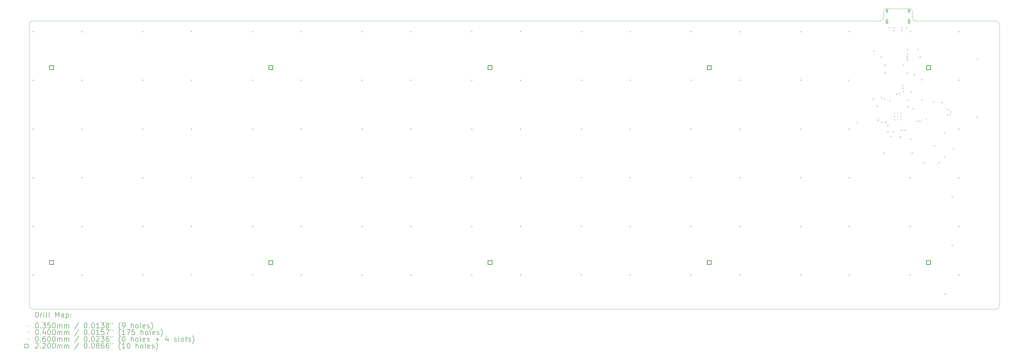
<source format=gbr>
%TF.GenerationSoftware,KiCad,Pcbnew,7.0.7*%
%TF.CreationDate,2023-09-25T11:45:26+09:00*%
%TF.ProjectId,Duet-Switch-Tester,44756574-2d53-4776-9974-63682d546573,rev?*%
%TF.SameCoordinates,Original*%
%TF.FileFunction,Drillmap*%
%TF.FilePolarity,Positive*%
%FSLAX45Y45*%
G04 Gerber Fmt 4.5, Leading zero omitted, Abs format (unit mm)*
G04 Created by KiCad (PCBNEW 7.0.7) date 2023-09-25 11:45:26*
%MOMM*%
%LPD*%
G01*
G04 APERTURE LIST*
%ADD10C,0.100000*%
%ADD11C,0.200000*%
%ADD12C,0.035000*%
%ADD13C,0.040000*%
%ADD14C,0.060000*%
%ADD15C,0.220000*%
G04 APERTURE END LIST*
D10*
X41830625Y-4048125D02*
G75*
G03*
X41671875Y-3889375I-158755J-5D01*
G01*
X41671875Y-15160625D02*
X4048125Y-15160625D01*
X4048125Y-3889375D02*
X37147500Y-3889375D01*
X37306250Y-3730625D02*
X37306250Y-3492500D01*
X37147500Y-3889370D02*
G75*
G03*
X37306250Y-3730625I0J158750D01*
G01*
X3889375Y-15001875D02*
G75*
G03*
X4048125Y-15160625I158755J5D01*
G01*
X37385625Y-3413120D02*
G75*
G03*
X37306250Y-3492500I5J-79380D01*
G01*
X3889375Y-15001875D02*
X3889375Y-4048125D01*
X38417495Y-3492500D02*
G75*
G03*
X38338125Y-3413125I-79375J0D01*
G01*
X38576250Y-3889375D02*
X41671875Y-3889375D01*
X38417500Y-3492500D02*
X38417500Y-3730625D01*
X41671875Y-15160625D02*
G75*
G03*
X41830625Y-15001875I-5J158755D01*
G01*
X38417495Y-3730625D02*
G75*
G03*
X38576250Y-3889375I158755J5D01*
G01*
X4048125Y-3889375D02*
G75*
G03*
X3889375Y-4048125I0J-158750D01*
G01*
X37385625Y-3413125D02*
X38338125Y-3413125D01*
X41830625Y-4048125D02*
X41830625Y-15001875D01*
D11*
D12*
X37705000Y-7475000D02*
X37740000Y-7510000D01*
X37740000Y-7475000D02*
X37705000Y-7510000D01*
X37705000Y-7602500D02*
X37740000Y-7637500D01*
X37740000Y-7602500D02*
X37705000Y-7637500D01*
X37705000Y-7730000D02*
X37740000Y-7765000D01*
X37740000Y-7730000D02*
X37705000Y-7765000D01*
X37832500Y-7475000D02*
X37867500Y-7510000D01*
X37867500Y-7475000D02*
X37832500Y-7510000D01*
X37832500Y-7602500D02*
X37867500Y-7637500D01*
X37867500Y-7602500D02*
X37832500Y-7637500D01*
X37832500Y-7730000D02*
X37867500Y-7765000D01*
X37867500Y-7730000D02*
X37832500Y-7765000D01*
X37960000Y-7475000D02*
X37995000Y-7510000D01*
X37995000Y-7475000D02*
X37960000Y-7510000D01*
X37960000Y-7602500D02*
X37995000Y-7637500D01*
X37995000Y-7602500D02*
X37960000Y-7637500D01*
X37960000Y-7730000D02*
X37995000Y-7765000D01*
X37995000Y-7730000D02*
X37960000Y-7765000D01*
D13*
X4070000Y-4310000D02*
G75*
G03*
X4070000Y-4310000I-20000J0D01*
G01*
X4070000Y-6210000D02*
G75*
G03*
X4070000Y-6210000I-20000J0D01*
G01*
X4070000Y-8120000D02*
G75*
G03*
X4070000Y-8120000I-20000J0D01*
G01*
X4070000Y-10020000D02*
G75*
G03*
X4070000Y-10020000I-20000J0D01*
G01*
X4070000Y-11930000D02*
G75*
G03*
X4070000Y-11930000I-20000J0D01*
G01*
X4070000Y-13830000D02*
G75*
G03*
X4070000Y-13830000I-20000J0D01*
G01*
X5980000Y-4310000D02*
G75*
G03*
X5980000Y-4310000I-20000J0D01*
G01*
X5980000Y-6210000D02*
G75*
G03*
X5980000Y-6210000I-20000J0D01*
G01*
X5980000Y-8120000D02*
G75*
G03*
X5980000Y-8120000I-20000J0D01*
G01*
X5980000Y-10020000D02*
G75*
G03*
X5980000Y-10020000I-20000J0D01*
G01*
X5980000Y-11930000D02*
G75*
G03*
X5980000Y-11930000I-20000J0D01*
G01*
X5980000Y-13830000D02*
G75*
G03*
X5980000Y-13830000I-20000J0D01*
G01*
X8360000Y-4310000D02*
G75*
G03*
X8360000Y-4310000I-20000J0D01*
G01*
X8360000Y-6210000D02*
G75*
G03*
X8360000Y-6210000I-20000J0D01*
G01*
X8360000Y-8120000D02*
G75*
G03*
X8360000Y-8120000I-20000J0D01*
G01*
X8360000Y-10020000D02*
G75*
G03*
X8360000Y-10020000I-20000J0D01*
G01*
X8360000Y-11930000D02*
G75*
G03*
X8360000Y-11930000I-20000J0D01*
G01*
X8360000Y-13830000D02*
G75*
G03*
X8360000Y-13830000I-20000J0D01*
G01*
X10260000Y-4310000D02*
G75*
G03*
X10260000Y-4310000I-20000J0D01*
G01*
X10260000Y-6210000D02*
G75*
G03*
X10260000Y-6210000I-20000J0D01*
G01*
X10260000Y-8120000D02*
G75*
G03*
X10260000Y-8120000I-20000J0D01*
G01*
X10260000Y-10020000D02*
G75*
G03*
X10260000Y-10020000I-20000J0D01*
G01*
X10260000Y-11930000D02*
G75*
G03*
X10260000Y-11930000I-20000J0D01*
G01*
X10260000Y-13830000D02*
G75*
G03*
X10260000Y-13830000I-20000J0D01*
G01*
X12650000Y-4310000D02*
G75*
G03*
X12650000Y-4310000I-20000J0D01*
G01*
X12650000Y-6210000D02*
G75*
G03*
X12650000Y-6210000I-20000J0D01*
G01*
X12650000Y-8120000D02*
G75*
G03*
X12650000Y-8120000I-20000J0D01*
G01*
X12650000Y-10020000D02*
G75*
G03*
X12650000Y-10020000I-20000J0D01*
G01*
X12650000Y-11930000D02*
G75*
G03*
X12650000Y-11930000I-20000J0D01*
G01*
X12650000Y-13830000D02*
G75*
G03*
X12650000Y-13830000I-20000J0D01*
G01*
X14550000Y-4310000D02*
G75*
G03*
X14550000Y-4310000I-20000J0D01*
G01*
X14550000Y-6210000D02*
G75*
G03*
X14550000Y-6210000I-20000J0D01*
G01*
X14550000Y-8120000D02*
G75*
G03*
X14550000Y-8120000I-20000J0D01*
G01*
X14550000Y-10020000D02*
G75*
G03*
X14550000Y-10020000I-20000J0D01*
G01*
X14550000Y-11930000D02*
G75*
G03*
X14550000Y-11930000I-20000J0D01*
G01*
X14550000Y-13830000D02*
G75*
G03*
X14550000Y-13830000I-20000J0D01*
G01*
X16930000Y-4310000D02*
G75*
G03*
X16930000Y-4310000I-20000J0D01*
G01*
X16930000Y-6210000D02*
G75*
G03*
X16930000Y-6210000I-20000J0D01*
G01*
X16930000Y-8120000D02*
G75*
G03*
X16930000Y-8120000I-20000J0D01*
G01*
X16930000Y-10020000D02*
G75*
G03*
X16930000Y-10020000I-20000J0D01*
G01*
X16930000Y-11930000D02*
G75*
G03*
X16930000Y-11930000I-20000J0D01*
G01*
X16930000Y-13830000D02*
G75*
G03*
X16930000Y-13830000I-20000J0D01*
G01*
X18840000Y-4310000D02*
G75*
G03*
X18840000Y-4310000I-20000J0D01*
G01*
X18840000Y-6210000D02*
G75*
G03*
X18840000Y-6210000I-20000J0D01*
G01*
X18840000Y-8120000D02*
G75*
G03*
X18840000Y-8120000I-20000J0D01*
G01*
X18840000Y-10020000D02*
G75*
G03*
X18840000Y-10020000I-20000J0D01*
G01*
X18840000Y-11930000D02*
G75*
G03*
X18840000Y-11930000I-20000J0D01*
G01*
X18840000Y-13830000D02*
G75*
G03*
X18840000Y-13830000I-20000J0D01*
G01*
X21220000Y-4310000D02*
G75*
G03*
X21220000Y-4310000I-20000J0D01*
G01*
X21220000Y-6210000D02*
G75*
G03*
X21220000Y-6210000I-20000J0D01*
G01*
X21220000Y-8120000D02*
G75*
G03*
X21220000Y-8120000I-20000J0D01*
G01*
X21220000Y-10020000D02*
G75*
G03*
X21220000Y-10020000I-20000J0D01*
G01*
X21220000Y-11930000D02*
G75*
G03*
X21220000Y-11930000I-20000J0D01*
G01*
X21220000Y-13830000D02*
G75*
G03*
X21220000Y-13830000I-20000J0D01*
G01*
X23120000Y-4310000D02*
G75*
G03*
X23120000Y-4310000I-20000J0D01*
G01*
X23120000Y-6210000D02*
G75*
G03*
X23120000Y-6210000I-20000J0D01*
G01*
X23120000Y-8120000D02*
G75*
G03*
X23120000Y-8120000I-20000J0D01*
G01*
X23120000Y-10020000D02*
G75*
G03*
X23120000Y-10020000I-20000J0D01*
G01*
X23120000Y-11930000D02*
G75*
G03*
X23120000Y-11930000I-20000J0D01*
G01*
X23120000Y-13830000D02*
G75*
G03*
X23120000Y-13830000I-20000J0D01*
G01*
X25510000Y-4310000D02*
G75*
G03*
X25510000Y-4310000I-20000J0D01*
G01*
X25510000Y-6210000D02*
G75*
G03*
X25510000Y-6210000I-20000J0D01*
G01*
X25510000Y-8120000D02*
G75*
G03*
X25510000Y-8120000I-20000J0D01*
G01*
X25510000Y-10020000D02*
G75*
G03*
X25510000Y-10020000I-20000J0D01*
G01*
X25510000Y-11930000D02*
G75*
G03*
X25510000Y-11930000I-20000J0D01*
G01*
X25510000Y-13830000D02*
G75*
G03*
X25510000Y-13830000I-20000J0D01*
G01*
X27410000Y-4310000D02*
G75*
G03*
X27410000Y-4310000I-20000J0D01*
G01*
X27410000Y-6210000D02*
G75*
G03*
X27410000Y-6210000I-20000J0D01*
G01*
X27410000Y-8120000D02*
G75*
G03*
X27410000Y-8120000I-20000J0D01*
G01*
X27410000Y-10020000D02*
G75*
G03*
X27410000Y-10020000I-20000J0D01*
G01*
X27410000Y-11930000D02*
G75*
G03*
X27410000Y-11930000I-20000J0D01*
G01*
X27410000Y-13830000D02*
G75*
G03*
X27410000Y-13830000I-20000J0D01*
G01*
X29790000Y-4310000D02*
G75*
G03*
X29790000Y-4310000I-20000J0D01*
G01*
X29790000Y-6210000D02*
G75*
G03*
X29790000Y-6210000I-20000J0D01*
G01*
X29790000Y-8120000D02*
G75*
G03*
X29790000Y-8120000I-20000J0D01*
G01*
X29790000Y-10020000D02*
G75*
G03*
X29790000Y-10020000I-20000J0D01*
G01*
X29790000Y-11930000D02*
G75*
G03*
X29790000Y-11930000I-20000J0D01*
G01*
X29790000Y-13830000D02*
G75*
G03*
X29790000Y-13830000I-20000J0D01*
G01*
X31700000Y-4310000D02*
G75*
G03*
X31700000Y-4310000I-20000J0D01*
G01*
X31700000Y-6210000D02*
G75*
G03*
X31700000Y-6210000I-20000J0D01*
G01*
X31700000Y-8120000D02*
G75*
G03*
X31700000Y-8120000I-20000J0D01*
G01*
X31700000Y-10020000D02*
G75*
G03*
X31700000Y-10020000I-20000J0D01*
G01*
X31700000Y-11930000D02*
G75*
G03*
X31700000Y-11930000I-20000J0D01*
G01*
X31700000Y-13830000D02*
G75*
G03*
X31700000Y-13830000I-20000J0D01*
G01*
X34080000Y-4310000D02*
G75*
G03*
X34080000Y-4310000I-20000J0D01*
G01*
X34080000Y-6210000D02*
G75*
G03*
X34080000Y-6210000I-20000J0D01*
G01*
X34080000Y-8120000D02*
G75*
G03*
X34080000Y-8120000I-20000J0D01*
G01*
X34080000Y-10020000D02*
G75*
G03*
X34080000Y-10020000I-20000J0D01*
G01*
X34080000Y-11930000D02*
G75*
G03*
X34080000Y-11930000I-20000J0D01*
G01*
X34080000Y-13830000D02*
G75*
G03*
X34080000Y-13830000I-20000J0D01*
G01*
X35940000Y-6210000D02*
G75*
G03*
X35940000Y-6210000I-20000J0D01*
G01*
X35980000Y-4310000D02*
G75*
G03*
X35980000Y-4310000I-20000J0D01*
G01*
X35980000Y-8120000D02*
G75*
G03*
X35980000Y-8120000I-20000J0D01*
G01*
X35980000Y-10020000D02*
G75*
G03*
X35980000Y-10020000I-20000J0D01*
G01*
X35980000Y-11930000D02*
G75*
G03*
X35980000Y-11930000I-20000J0D01*
G01*
X35980000Y-13830000D02*
G75*
G03*
X35980000Y-13830000I-20000J0D01*
G01*
X36300000Y-7890000D02*
G75*
G03*
X36300000Y-7890000I-20000J0D01*
G01*
X36920000Y-6940000D02*
G75*
G03*
X36920000Y-6940000I-20000J0D01*
G01*
X36940000Y-5080000D02*
G75*
G03*
X36940000Y-5080000I-20000J0D01*
G01*
X37077500Y-7222500D02*
G75*
G03*
X37077500Y-7222500I-20000J0D01*
G01*
X37100000Y-7770000D02*
G75*
G03*
X37100000Y-7770000I-20000J0D01*
G01*
X37220000Y-5310000D02*
G75*
G03*
X37220000Y-5310000I-20000J0D01*
G01*
X37240000Y-6890000D02*
G75*
G03*
X37240000Y-6890000I-20000J0D01*
G01*
X37250000Y-7860000D02*
G75*
G03*
X37250000Y-7860000I-20000J0D01*
G01*
X37330000Y-9065000D02*
G75*
G03*
X37330000Y-9065000I-20000J0D01*
G01*
X37350000Y-6950000D02*
G75*
G03*
X37350000Y-6950000I-20000J0D01*
G01*
X37370000Y-5620000D02*
G75*
G03*
X37370000Y-5620000I-20000J0D01*
G01*
X37370000Y-5930000D02*
G75*
G03*
X37370000Y-5930000I-20000J0D01*
G01*
X37400000Y-7850000D02*
G75*
G03*
X37400000Y-7850000I-20000J0D01*
G01*
X37490000Y-7975000D02*
G75*
G03*
X37490000Y-7975000I-20000J0D01*
G01*
X37490000Y-8230000D02*
G75*
G03*
X37490000Y-8230000I-20000J0D01*
G01*
X37540000Y-4160000D02*
G75*
G03*
X37540000Y-4160000I-20000J0D01*
G01*
X37570000Y-7010000D02*
G75*
G03*
X37570000Y-7010000I-20000J0D01*
G01*
X37600000Y-8410000D02*
G75*
G03*
X37600000Y-8410000I-20000J0D01*
G01*
X37710000Y-8220000D02*
G75*
G03*
X37710000Y-8220000I-20000J0D01*
G01*
X37730000Y-4160000D02*
G75*
G03*
X37730000Y-4160000I-20000J0D01*
G01*
X37730000Y-4270000D02*
G75*
G03*
X37730000Y-4270000I-20000J0D01*
G01*
X37830000Y-6750000D02*
G75*
G03*
X37830000Y-6750000I-20000J0D01*
G01*
X37940000Y-6730000D02*
G75*
G03*
X37940000Y-6730000I-20000J0D01*
G01*
X37980000Y-8430000D02*
G75*
G03*
X37980000Y-8430000I-20000J0D01*
G01*
X38020000Y-8170000D02*
G75*
G03*
X38020000Y-8170000I-20000J0D01*
G01*
X38030000Y-4160000D02*
G75*
G03*
X38030000Y-4160000I-20000J0D01*
G01*
X38030000Y-4270000D02*
G75*
G03*
X38030000Y-4270000I-20000J0D01*
G01*
X38070000Y-6410000D02*
G75*
G03*
X38070000Y-6410000I-20000J0D01*
G01*
X38070000Y-6520000D02*
G75*
G03*
X38070000Y-6520000I-20000J0D01*
G01*
X38100000Y-5620000D02*
G75*
G03*
X38100000Y-5620000I-20000J0D01*
G01*
X38100000Y-6650000D02*
G75*
G03*
X38100000Y-6650000I-20000J0D01*
G01*
X38160000Y-8170000D02*
G75*
G03*
X38160000Y-8170000I-20000J0D01*
G01*
X38220000Y-4160000D02*
G75*
G03*
X38220000Y-4160000I-20000J0D01*
G01*
X38250000Y-5010000D02*
G75*
G03*
X38250000Y-5010000I-20000J0D01*
G01*
X38250000Y-5200000D02*
G75*
G03*
X38250000Y-5200000I-20000J0D01*
G01*
X38250000Y-5310000D02*
G75*
G03*
X38250000Y-5310000I-20000J0D01*
G01*
X38250000Y-5420000D02*
G75*
G03*
X38250000Y-5420000I-20000J0D01*
G01*
X38250000Y-5930000D02*
G75*
G03*
X38250000Y-5930000I-20000J0D01*
G01*
X38260000Y-7000000D02*
G75*
G03*
X38260000Y-7000000I-20000J0D01*
G01*
X38260000Y-7240000D02*
G75*
G03*
X38260000Y-7240000I-20000J0D01*
G01*
X38360000Y-10020000D02*
G75*
G03*
X38360000Y-10020000I-20000J0D01*
G01*
X38360000Y-11930000D02*
G75*
G03*
X38360000Y-11930000I-20000J0D01*
G01*
X38360000Y-13830000D02*
G75*
G03*
X38360000Y-13830000I-20000J0D01*
G01*
X38370000Y-4310000D02*
G75*
G03*
X38370000Y-4310000I-20000J0D01*
G01*
X38390000Y-8520000D02*
G75*
G03*
X38390000Y-8520000I-20000J0D01*
G01*
X38400000Y-6680000D02*
G75*
G03*
X38400000Y-6680000I-20000J0D01*
G01*
X38435000Y-9065000D02*
G75*
G03*
X38435000Y-9065000I-20000J0D01*
G01*
X38480000Y-7320000D02*
G75*
G03*
X38480000Y-7320000I-20000J0D01*
G01*
X38520000Y-6010000D02*
G75*
G03*
X38520000Y-6010000I-20000J0D01*
G01*
X38630000Y-7810000D02*
G75*
G03*
X38630000Y-7810000I-20000J0D01*
G01*
X38660000Y-5010000D02*
G75*
G03*
X38660000Y-5010000I-20000J0D01*
G01*
X38740000Y-7810000D02*
G75*
G03*
X38740000Y-7810000I-20000J0D01*
G01*
X38750000Y-5300000D02*
G75*
G03*
X38750000Y-5300000I-20000J0D01*
G01*
X38810000Y-6970000D02*
G75*
G03*
X38810000Y-6970000I-20000J0D01*
G01*
X38820000Y-6190000D02*
G75*
G03*
X38820000Y-6190000I-20000J0D01*
G01*
X38890000Y-9430000D02*
G75*
G03*
X38890000Y-9430000I-20000J0D01*
G01*
X38990000Y-7720000D02*
G75*
G03*
X38990000Y-7720000I-20000J0D01*
G01*
X39270000Y-7050000D02*
G75*
G03*
X39270000Y-7050000I-20000J0D01*
G01*
X39310000Y-8770000D02*
G75*
G03*
X39310000Y-8770000I-20000J0D01*
G01*
X39490000Y-9430000D02*
G75*
G03*
X39490000Y-9430000I-20000J0D01*
G01*
X39600000Y-7080000D02*
G75*
G03*
X39600000Y-7080000I-20000J0D01*
G01*
X39700000Y-8270000D02*
G75*
G03*
X39700000Y-8270000I-20000J0D01*
G01*
X39700000Y-9210000D02*
G75*
G03*
X39700000Y-9210000I-20000J0D01*
G01*
X39730000Y-14580000D02*
G75*
G03*
X39730000Y-14580000I-20000J0D01*
G01*
X39820000Y-7360000D02*
G75*
G03*
X39820000Y-7360000I-20000J0D01*
G01*
X39820000Y-7560000D02*
G75*
G03*
X39820000Y-7560000I-20000J0D01*
G01*
X39930000Y-7450000D02*
G75*
G03*
X39930000Y-7450000I-20000J0D01*
G01*
X39930000Y-7560000D02*
G75*
G03*
X39930000Y-7560000I-20000J0D01*
G01*
X40000000Y-10770000D02*
G75*
G03*
X40000000Y-10770000I-20000J0D01*
G01*
X40000000Y-12670000D02*
G75*
G03*
X40000000Y-12670000I-20000J0D01*
G01*
X40050000Y-8900000D02*
G75*
G03*
X40050000Y-8900000I-20000J0D01*
G01*
X40270000Y-4310000D02*
G75*
G03*
X40270000Y-4310000I-20000J0D01*
G01*
X40270000Y-6210000D02*
G75*
G03*
X40270000Y-6210000I-20000J0D01*
G01*
X40270000Y-8120000D02*
G75*
G03*
X40270000Y-8120000I-20000J0D01*
G01*
X40270000Y-10020000D02*
G75*
G03*
X40270000Y-10020000I-20000J0D01*
G01*
X40270000Y-11930000D02*
G75*
G03*
X40270000Y-11930000I-20000J0D01*
G01*
X40270000Y-13830000D02*
G75*
G03*
X40270000Y-13830000I-20000J0D01*
G01*
X40980000Y-7650000D02*
G75*
G03*
X40980000Y-7650000I-20000J0D01*
G01*
X40990000Y-5370000D02*
G75*
G03*
X40990000Y-5370000I-20000J0D01*
G01*
D14*
X37429875Y-3465000D02*
X37429875Y-3525000D01*
X37399875Y-3495000D02*
X37459875Y-3495000D01*
D11*
X37399875Y-3465000D02*
X37399875Y-3525000D01*
X37399875Y-3525000D02*
G75*
G03*
X37459875Y-3525000I30000J0D01*
G01*
X37459875Y-3525000D02*
X37459875Y-3465000D01*
X37459875Y-3465000D02*
G75*
G03*
X37399875Y-3465000I-30000J0D01*
G01*
D14*
X37429875Y-3883000D02*
X37429875Y-3943000D01*
X37399875Y-3913000D02*
X37459875Y-3913000D01*
D11*
X37399875Y-3858000D02*
X37399875Y-3968000D01*
X37399875Y-3968000D02*
G75*
G03*
X37459875Y-3968000I30000J0D01*
G01*
X37459875Y-3968000D02*
X37459875Y-3858000D01*
X37459875Y-3858000D02*
G75*
G03*
X37399875Y-3858000I-30000J0D01*
G01*
D14*
X38293875Y-3465000D02*
X38293875Y-3525000D01*
X38263875Y-3495000D02*
X38323875Y-3495000D01*
D11*
X38263875Y-3465000D02*
X38263875Y-3525000D01*
X38263875Y-3525000D02*
G75*
G03*
X38323875Y-3525000I30000J0D01*
G01*
X38323875Y-3525000D02*
X38323875Y-3465000D01*
X38323875Y-3465000D02*
G75*
G03*
X38263875Y-3465000I-30000J0D01*
G01*
D14*
X38293875Y-3883000D02*
X38293875Y-3943000D01*
X38263875Y-3913000D02*
X38323875Y-3913000D01*
D11*
X38263875Y-3858000D02*
X38263875Y-3968000D01*
X38263875Y-3968000D02*
G75*
G03*
X38323875Y-3968000I30000J0D01*
G01*
X38323875Y-3968000D02*
X38323875Y-3858000D01*
X38323875Y-3858000D02*
G75*
G03*
X38263875Y-3858000I-30000J0D01*
G01*
D15*
X4840283Y-5792782D02*
X4840283Y-5637217D01*
X4684718Y-5637217D01*
X4684718Y-5792782D01*
X4840283Y-5792782D01*
X4840283Y-13412782D02*
X4840283Y-13257217D01*
X4684718Y-13257217D01*
X4684718Y-13412782D01*
X4840283Y-13412782D01*
X13412782Y-5792782D02*
X13412782Y-5637217D01*
X13257217Y-5637217D01*
X13257217Y-5792782D01*
X13412782Y-5792782D01*
X13412782Y-13412782D02*
X13412782Y-13257217D01*
X13257217Y-13257217D01*
X13257217Y-13412782D01*
X13412782Y-13412782D01*
X21985283Y-5792782D02*
X21985283Y-5637217D01*
X21829718Y-5637217D01*
X21829718Y-5792782D01*
X21985283Y-5792782D01*
X21985283Y-13412782D02*
X21985283Y-13257217D01*
X21829718Y-13257217D01*
X21829718Y-13412782D01*
X21985283Y-13412782D01*
X30557782Y-5792782D02*
X30557782Y-5637217D01*
X30402217Y-5637217D01*
X30402217Y-5792782D01*
X30557782Y-5792782D01*
X30557782Y-13412782D02*
X30557782Y-13257217D01*
X30402217Y-13257217D01*
X30402217Y-13412782D01*
X30557782Y-13412782D01*
X39130283Y-5792782D02*
X39130283Y-5637217D01*
X38974718Y-5637217D01*
X38974718Y-5792782D01*
X39130283Y-5792782D01*
X39130283Y-13412782D02*
X39130283Y-13257217D01*
X38974718Y-13257217D01*
X38974718Y-13412782D01*
X39130283Y-13412782D01*
D11*
X4145152Y-15477109D02*
X4145152Y-15277109D01*
X4145152Y-15277109D02*
X4192771Y-15277109D01*
X4192771Y-15277109D02*
X4221342Y-15286633D01*
X4221342Y-15286633D02*
X4240390Y-15305680D01*
X4240390Y-15305680D02*
X4249914Y-15324728D01*
X4249914Y-15324728D02*
X4259438Y-15362823D01*
X4259438Y-15362823D02*
X4259438Y-15391394D01*
X4259438Y-15391394D02*
X4249914Y-15429490D01*
X4249914Y-15429490D02*
X4240390Y-15448537D01*
X4240390Y-15448537D02*
X4221342Y-15467585D01*
X4221342Y-15467585D02*
X4192771Y-15477109D01*
X4192771Y-15477109D02*
X4145152Y-15477109D01*
X4345152Y-15477109D02*
X4345152Y-15343775D01*
X4345152Y-15381871D02*
X4354676Y-15362823D01*
X4354676Y-15362823D02*
X4364199Y-15353299D01*
X4364199Y-15353299D02*
X4383247Y-15343775D01*
X4383247Y-15343775D02*
X4402295Y-15343775D01*
X4468961Y-15477109D02*
X4468961Y-15343775D01*
X4468961Y-15277109D02*
X4459438Y-15286633D01*
X4459438Y-15286633D02*
X4468961Y-15296156D01*
X4468961Y-15296156D02*
X4478485Y-15286633D01*
X4478485Y-15286633D02*
X4468961Y-15277109D01*
X4468961Y-15277109D02*
X4468961Y-15296156D01*
X4592771Y-15477109D02*
X4573723Y-15467585D01*
X4573723Y-15467585D02*
X4564199Y-15448537D01*
X4564199Y-15448537D02*
X4564199Y-15277109D01*
X4697533Y-15477109D02*
X4678485Y-15467585D01*
X4678485Y-15467585D02*
X4668961Y-15448537D01*
X4668961Y-15448537D02*
X4668961Y-15277109D01*
X4926104Y-15477109D02*
X4926104Y-15277109D01*
X4926104Y-15277109D02*
X4992771Y-15419966D01*
X4992771Y-15419966D02*
X5059438Y-15277109D01*
X5059438Y-15277109D02*
X5059438Y-15477109D01*
X5240390Y-15477109D02*
X5240390Y-15372347D01*
X5240390Y-15372347D02*
X5230866Y-15353299D01*
X5230866Y-15353299D02*
X5211819Y-15343775D01*
X5211819Y-15343775D02*
X5173723Y-15343775D01*
X5173723Y-15343775D02*
X5154676Y-15353299D01*
X5240390Y-15467585D02*
X5221342Y-15477109D01*
X5221342Y-15477109D02*
X5173723Y-15477109D01*
X5173723Y-15477109D02*
X5154676Y-15467585D01*
X5154676Y-15467585D02*
X5145152Y-15448537D01*
X5145152Y-15448537D02*
X5145152Y-15429490D01*
X5145152Y-15429490D02*
X5154676Y-15410442D01*
X5154676Y-15410442D02*
X5173723Y-15400918D01*
X5173723Y-15400918D02*
X5221342Y-15400918D01*
X5221342Y-15400918D02*
X5240390Y-15391394D01*
X5335628Y-15343775D02*
X5335628Y-15543775D01*
X5335628Y-15353299D02*
X5354676Y-15343775D01*
X5354676Y-15343775D02*
X5392771Y-15343775D01*
X5392771Y-15343775D02*
X5411819Y-15353299D01*
X5411819Y-15353299D02*
X5421342Y-15362823D01*
X5421342Y-15362823D02*
X5430866Y-15381871D01*
X5430866Y-15381871D02*
X5430866Y-15439013D01*
X5430866Y-15439013D02*
X5421342Y-15458061D01*
X5421342Y-15458061D02*
X5411819Y-15467585D01*
X5411819Y-15467585D02*
X5392771Y-15477109D01*
X5392771Y-15477109D02*
X5354676Y-15477109D01*
X5354676Y-15477109D02*
X5335628Y-15467585D01*
X5516580Y-15458061D02*
X5526104Y-15467585D01*
X5526104Y-15467585D02*
X5516580Y-15477109D01*
X5516580Y-15477109D02*
X5507057Y-15467585D01*
X5507057Y-15467585D02*
X5516580Y-15458061D01*
X5516580Y-15458061D02*
X5516580Y-15477109D01*
X5516580Y-15353299D02*
X5526104Y-15362823D01*
X5526104Y-15362823D02*
X5516580Y-15372347D01*
X5516580Y-15372347D02*
X5507057Y-15362823D01*
X5507057Y-15362823D02*
X5516580Y-15353299D01*
X5516580Y-15353299D02*
X5516580Y-15372347D01*
D12*
X3849375Y-15788125D02*
X3884375Y-15823125D01*
X3884375Y-15788125D02*
X3849375Y-15823125D01*
D11*
X4183247Y-15697109D02*
X4202295Y-15697109D01*
X4202295Y-15697109D02*
X4221342Y-15706633D01*
X4221342Y-15706633D02*
X4230866Y-15716156D01*
X4230866Y-15716156D02*
X4240390Y-15735204D01*
X4240390Y-15735204D02*
X4249914Y-15773299D01*
X4249914Y-15773299D02*
X4249914Y-15820918D01*
X4249914Y-15820918D02*
X4240390Y-15859013D01*
X4240390Y-15859013D02*
X4230866Y-15878061D01*
X4230866Y-15878061D02*
X4221342Y-15887585D01*
X4221342Y-15887585D02*
X4202295Y-15897109D01*
X4202295Y-15897109D02*
X4183247Y-15897109D01*
X4183247Y-15897109D02*
X4164199Y-15887585D01*
X4164199Y-15887585D02*
X4154676Y-15878061D01*
X4154676Y-15878061D02*
X4145152Y-15859013D01*
X4145152Y-15859013D02*
X4135628Y-15820918D01*
X4135628Y-15820918D02*
X4135628Y-15773299D01*
X4135628Y-15773299D02*
X4145152Y-15735204D01*
X4145152Y-15735204D02*
X4154676Y-15716156D01*
X4154676Y-15716156D02*
X4164199Y-15706633D01*
X4164199Y-15706633D02*
X4183247Y-15697109D01*
X4335628Y-15878061D02*
X4345152Y-15887585D01*
X4345152Y-15887585D02*
X4335628Y-15897109D01*
X4335628Y-15897109D02*
X4326104Y-15887585D01*
X4326104Y-15887585D02*
X4335628Y-15878061D01*
X4335628Y-15878061D02*
X4335628Y-15897109D01*
X4411819Y-15697109D02*
X4535628Y-15697109D01*
X4535628Y-15697109D02*
X4468961Y-15773299D01*
X4468961Y-15773299D02*
X4497533Y-15773299D01*
X4497533Y-15773299D02*
X4516580Y-15782823D01*
X4516580Y-15782823D02*
X4526104Y-15792347D01*
X4526104Y-15792347D02*
X4535628Y-15811394D01*
X4535628Y-15811394D02*
X4535628Y-15859013D01*
X4535628Y-15859013D02*
X4526104Y-15878061D01*
X4526104Y-15878061D02*
X4516580Y-15887585D01*
X4516580Y-15887585D02*
X4497533Y-15897109D01*
X4497533Y-15897109D02*
X4440390Y-15897109D01*
X4440390Y-15897109D02*
X4421342Y-15887585D01*
X4421342Y-15887585D02*
X4411819Y-15878061D01*
X4716580Y-15697109D02*
X4621342Y-15697109D01*
X4621342Y-15697109D02*
X4611819Y-15792347D01*
X4611819Y-15792347D02*
X4621342Y-15782823D01*
X4621342Y-15782823D02*
X4640390Y-15773299D01*
X4640390Y-15773299D02*
X4688009Y-15773299D01*
X4688009Y-15773299D02*
X4707057Y-15782823D01*
X4707057Y-15782823D02*
X4716580Y-15792347D01*
X4716580Y-15792347D02*
X4726104Y-15811394D01*
X4726104Y-15811394D02*
X4726104Y-15859013D01*
X4726104Y-15859013D02*
X4716580Y-15878061D01*
X4716580Y-15878061D02*
X4707057Y-15887585D01*
X4707057Y-15887585D02*
X4688009Y-15897109D01*
X4688009Y-15897109D02*
X4640390Y-15897109D01*
X4640390Y-15897109D02*
X4621342Y-15887585D01*
X4621342Y-15887585D02*
X4611819Y-15878061D01*
X4849914Y-15697109D02*
X4868961Y-15697109D01*
X4868961Y-15697109D02*
X4888009Y-15706633D01*
X4888009Y-15706633D02*
X4897533Y-15716156D01*
X4897533Y-15716156D02*
X4907057Y-15735204D01*
X4907057Y-15735204D02*
X4916580Y-15773299D01*
X4916580Y-15773299D02*
X4916580Y-15820918D01*
X4916580Y-15820918D02*
X4907057Y-15859013D01*
X4907057Y-15859013D02*
X4897533Y-15878061D01*
X4897533Y-15878061D02*
X4888009Y-15887585D01*
X4888009Y-15887585D02*
X4868961Y-15897109D01*
X4868961Y-15897109D02*
X4849914Y-15897109D01*
X4849914Y-15897109D02*
X4830866Y-15887585D01*
X4830866Y-15887585D02*
X4821342Y-15878061D01*
X4821342Y-15878061D02*
X4811819Y-15859013D01*
X4811819Y-15859013D02*
X4802295Y-15820918D01*
X4802295Y-15820918D02*
X4802295Y-15773299D01*
X4802295Y-15773299D02*
X4811819Y-15735204D01*
X4811819Y-15735204D02*
X4821342Y-15716156D01*
X4821342Y-15716156D02*
X4830866Y-15706633D01*
X4830866Y-15706633D02*
X4849914Y-15697109D01*
X5002295Y-15897109D02*
X5002295Y-15763775D01*
X5002295Y-15782823D02*
X5011819Y-15773299D01*
X5011819Y-15773299D02*
X5030866Y-15763775D01*
X5030866Y-15763775D02*
X5059438Y-15763775D01*
X5059438Y-15763775D02*
X5078485Y-15773299D01*
X5078485Y-15773299D02*
X5088009Y-15792347D01*
X5088009Y-15792347D02*
X5088009Y-15897109D01*
X5088009Y-15792347D02*
X5097533Y-15773299D01*
X5097533Y-15773299D02*
X5116580Y-15763775D01*
X5116580Y-15763775D02*
X5145152Y-15763775D01*
X5145152Y-15763775D02*
X5164200Y-15773299D01*
X5164200Y-15773299D02*
X5173723Y-15792347D01*
X5173723Y-15792347D02*
X5173723Y-15897109D01*
X5268961Y-15897109D02*
X5268961Y-15763775D01*
X5268961Y-15782823D02*
X5278485Y-15773299D01*
X5278485Y-15773299D02*
X5297533Y-15763775D01*
X5297533Y-15763775D02*
X5326104Y-15763775D01*
X5326104Y-15763775D02*
X5345152Y-15773299D01*
X5345152Y-15773299D02*
X5354676Y-15792347D01*
X5354676Y-15792347D02*
X5354676Y-15897109D01*
X5354676Y-15792347D02*
X5364200Y-15773299D01*
X5364200Y-15773299D02*
X5383247Y-15763775D01*
X5383247Y-15763775D02*
X5411819Y-15763775D01*
X5411819Y-15763775D02*
X5430866Y-15773299D01*
X5430866Y-15773299D02*
X5440390Y-15792347D01*
X5440390Y-15792347D02*
X5440390Y-15897109D01*
X5830866Y-15687585D02*
X5659438Y-15944728D01*
X6088009Y-15697109D02*
X6107057Y-15697109D01*
X6107057Y-15697109D02*
X6126104Y-15706633D01*
X6126104Y-15706633D02*
X6135628Y-15716156D01*
X6135628Y-15716156D02*
X6145152Y-15735204D01*
X6145152Y-15735204D02*
X6154676Y-15773299D01*
X6154676Y-15773299D02*
X6154676Y-15820918D01*
X6154676Y-15820918D02*
X6145152Y-15859013D01*
X6145152Y-15859013D02*
X6135628Y-15878061D01*
X6135628Y-15878061D02*
X6126104Y-15887585D01*
X6126104Y-15887585D02*
X6107057Y-15897109D01*
X6107057Y-15897109D02*
X6088009Y-15897109D01*
X6088009Y-15897109D02*
X6068961Y-15887585D01*
X6068961Y-15887585D02*
X6059438Y-15878061D01*
X6059438Y-15878061D02*
X6049914Y-15859013D01*
X6049914Y-15859013D02*
X6040390Y-15820918D01*
X6040390Y-15820918D02*
X6040390Y-15773299D01*
X6040390Y-15773299D02*
X6049914Y-15735204D01*
X6049914Y-15735204D02*
X6059438Y-15716156D01*
X6059438Y-15716156D02*
X6068961Y-15706633D01*
X6068961Y-15706633D02*
X6088009Y-15697109D01*
X6240390Y-15878061D02*
X6249914Y-15887585D01*
X6249914Y-15887585D02*
X6240390Y-15897109D01*
X6240390Y-15897109D02*
X6230866Y-15887585D01*
X6230866Y-15887585D02*
X6240390Y-15878061D01*
X6240390Y-15878061D02*
X6240390Y-15897109D01*
X6373723Y-15697109D02*
X6392771Y-15697109D01*
X6392771Y-15697109D02*
X6411819Y-15706633D01*
X6411819Y-15706633D02*
X6421342Y-15716156D01*
X6421342Y-15716156D02*
X6430866Y-15735204D01*
X6430866Y-15735204D02*
X6440390Y-15773299D01*
X6440390Y-15773299D02*
X6440390Y-15820918D01*
X6440390Y-15820918D02*
X6430866Y-15859013D01*
X6430866Y-15859013D02*
X6421342Y-15878061D01*
X6421342Y-15878061D02*
X6411819Y-15887585D01*
X6411819Y-15887585D02*
X6392771Y-15897109D01*
X6392771Y-15897109D02*
X6373723Y-15897109D01*
X6373723Y-15897109D02*
X6354676Y-15887585D01*
X6354676Y-15887585D02*
X6345152Y-15878061D01*
X6345152Y-15878061D02*
X6335628Y-15859013D01*
X6335628Y-15859013D02*
X6326104Y-15820918D01*
X6326104Y-15820918D02*
X6326104Y-15773299D01*
X6326104Y-15773299D02*
X6335628Y-15735204D01*
X6335628Y-15735204D02*
X6345152Y-15716156D01*
X6345152Y-15716156D02*
X6354676Y-15706633D01*
X6354676Y-15706633D02*
X6373723Y-15697109D01*
X6630866Y-15897109D02*
X6516581Y-15897109D01*
X6573723Y-15897109D02*
X6573723Y-15697109D01*
X6573723Y-15697109D02*
X6554676Y-15725680D01*
X6554676Y-15725680D02*
X6535628Y-15744728D01*
X6535628Y-15744728D02*
X6516581Y-15754252D01*
X6697533Y-15697109D02*
X6821342Y-15697109D01*
X6821342Y-15697109D02*
X6754676Y-15773299D01*
X6754676Y-15773299D02*
X6783247Y-15773299D01*
X6783247Y-15773299D02*
X6802295Y-15782823D01*
X6802295Y-15782823D02*
X6811819Y-15792347D01*
X6811819Y-15792347D02*
X6821342Y-15811394D01*
X6821342Y-15811394D02*
X6821342Y-15859013D01*
X6821342Y-15859013D02*
X6811819Y-15878061D01*
X6811819Y-15878061D02*
X6802295Y-15887585D01*
X6802295Y-15887585D02*
X6783247Y-15897109D01*
X6783247Y-15897109D02*
X6726104Y-15897109D01*
X6726104Y-15897109D02*
X6707057Y-15887585D01*
X6707057Y-15887585D02*
X6697533Y-15878061D01*
X6935628Y-15782823D02*
X6916581Y-15773299D01*
X6916581Y-15773299D02*
X6907057Y-15763775D01*
X6907057Y-15763775D02*
X6897533Y-15744728D01*
X6897533Y-15744728D02*
X6897533Y-15735204D01*
X6897533Y-15735204D02*
X6907057Y-15716156D01*
X6907057Y-15716156D02*
X6916581Y-15706633D01*
X6916581Y-15706633D02*
X6935628Y-15697109D01*
X6935628Y-15697109D02*
X6973723Y-15697109D01*
X6973723Y-15697109D02*
X6992771Y-15706633D01*
X6992771Y-15706633D02*
X7002295Y-15716156D01*
X7002295Y-15716156D02*
X7011819Y-15735204D01*
X7011819Y-15735204D02*
X7011819Y-15744728D01*
X7011819Y-15744728D02*
X7002295Y-15763775D01*
X7002295Y-15763775D02*
X6992771Y-15773299D01*
X6992771Y-15773299D02*
X6973723Y-15782823D01*
X6973723Y-15782823D02*
X6935628Y-15782823D01*
X6935628Y-15782823D02*
X6916581Y-15792347D01*
X6916581Y-15792347D02*
X6907057Y-15801871D01*
X6907057Y-15801871D02*
X6897533Y-15820918D01*
X6897533Y-15820918D02*
X6897533Y-15859013D01*
X6897533Y-15859013D02*
X6907057Y-15878061D01*
X6907057Y-15878061D02*
X6916581Y-15887585D01*
X6916581Y-15887585D02*
X6935628Y-15897109D01*
X6935628Y-15897109D02*
X6973723Y-15897109D01*
X6973723Y-15897109D02*
X6992771Y-15887585D01*
X6992771Y-15887585D02*
X7002295Y-15878061D01*
X7002295Y-15878061D02*
X7011819Y-15859013D01*
X7011819Y-15859013D02*
X7011819Y-15820918D01*
X7011819Y-15820918D02*
X7002295Y-15801871D01*
X7002295Y-15801871D02*
X6992771Y-15792347D01*
X6992771Y-15792347D02*
X6973723Y-15782823D01*
X7088009Y-15697109D02*
X7088009Y-15735204D01*
X7164200Y-15697109D02*
X7164200Y-15735204D01*
X7459438Y-15973299D02*
X7449914Y-15963775D01*
X7449914Y-15963775D02*
X7430866Y-15935204D01*
X7430866Y-15935204D02*
X7421343Y-15916156D01*
X7421343Y-15916156D02*
X7411819Y-15887585D01*
X7411819Y-15887585D02*
X7402295Y-15839966D01*
X7402295Y-15839966D02*
X7402295Y-15801871D01*
X7402295Y-15801871D02*
X7411819Y-15754252D01*
X7411819Y-15754252D02*
X7421343Y-15725680D01*
X7421343Y-15725680D02*
X7430866Y-15706633D01*
X7430866Y-15706633D02*
X7449914Y-15678061D01*
X7449914Y-15678061D02*
X7459438Y-15668537D01*
X7545152Y-15897109D02*
X7583247Y-15897109D01*
X7583247Y-15897109D02*
X7602295Y-15887585D01*
X7602295Y-15887585D02*
X7611819Y-15878061D01*
X7611819Y-15878061D02*
X7630866Y-15849490D01*
X7630866Y-15849490D02*
X7640390Y-15811394D01*
X7640390Y-15811394D02*
X7640390Y-15735204D01*
X7640390Y-15735204D02*
X7630866Y-15716156D01*
X7630866Y-15716156D02*
X7621343Y-15706633D01*
X7621343Y-15706633D02*
X7602295Y-15697109D01*
X7602295Y-15697109D02*
X7564200Y-15697109D01*
X7564200Y-15697109D02*
X7545152Y-15706633D01*
X7545152Y-15706633D02*
X7535628Y-15716156D01*
X7535628Y-15716156D02*
X7526104Y-15735204D01*
X7526104Y-15735204D02*
X7526104Y-15782823D01*
X7526104Y-15782823D02*
X7535628Y-15801871D01*
X7535628Y-15801871D02*
X7545152Y-15811394D01*
X7545152Y-15811394D02*
X7564200Y-15820918D01*
X7564200Y-15820918D02*
X7602295Y-15820918D01*
X7602295Y-15820918D02*
X7621343Y-15811394D01*
X7621343Y-15811394D02*
X7630866Y-15801871D01*
X7630866Y-15801871D02*
X7640390Y-15782823D01*
X7878485Y-15897109D02*
X7878485Y-15697109D01*
X7964200Y-15897109D02*
X7964200Y-15792347D01*
X7964200Y-15792347D02*
X7954676Y-15773299D01*
X7954676Y-15773299D02*
X7935628Y-15763775D01*
X7935628Y-15763775D02*
X7907057Y-15763775D01*
X7907057Y-15763775D02*
X7888009Y-15773299D01*
X7888009Y-15773299D02*
X7878485Y-15782823D01*
X8088009Y-15897109D02*
X8068962Y-15887585D01*
X8068962Y-15887585D02*
X8059438Y-15878061D01*
X8059438Y-15878061D02*
X8049914Y-15859013D01*
X8049914Y-15859013D02*
X8049914Y-15801871D01*
X8049914Y-15801871D02*
X8059438Y-15782823D01*
X8059438Y-15782823D02*
X8068962Y-15773299D01*
X8068962Y-15773299D02*
X8088009Y-15763775D01*
X8088009Y-15763775D02*
X8116581Y-15763775D01*
X8116581Y-15763775D02*
X8135628Y-15773299D01*
X8135628Y-15773299D02*
X8145152Y-15782823D01*
X8145152Y-15782823D02*
X8154676Y-15801871D01*
X8154676Y-15801871D02*
X8154676Y-15859013D01*
X8154676Y-15859013D02*
X8145152Y-15878061D01*
X8145152Y-15878061D02*
X8135628Y-15887585D01*
X8135628Y-15887585D02*
X8116581Y-15897109D01*
X8116581Y-15897109D02*
X8088009Y-15897109D01*
X8268962Y-15897109D02*
X8249914Y-15887585D01*
X8249914Y-15887585D02*
X8240390Y-15868537D01*
X8240390Y-15868537D02*
X8240390Y-15697109D01*
X8421343Y-15887585D02*
X8402295Y-15897109D01*
X8402295Y-15897109D02*
X8364200Y-15897109D01*
X8364200Y-15897109D02*
X8345152Y-15887585D01*
X8345152Y-15887585D02*
X8335628Y-15868537D01*
X8335628Y-15868537D02*
X8335628Y-15792347D01*
X8335628Y-15792347D02*
X8345152Y-15773299D01*
X8345152Y-15773299D02*
X8364200Y-15763775D01*
X8364200Y-15763775D02*
X8402295Y-15763775D01*
X8402295Y-15763775D02*
X8421343Y-15773299D01*
X8421343Y-15773299D02*
X8430867Y-15792347D01*
X8430867Y-15792347D02*
X8430867Y-15811394D01*
X8430867Y-15811394D02*
X8335628Y-15830442D01*
X8507057Y-15887585D02*
X8526105Y-15897109D01*
X8526105Y-15897109D02*
X8564200Y-15897109D01*
X8564200Y-15897109D02*
X8583248Y-15887585D01*
X8583248Y-15887585D02*
X8592771Y-15868537D01*
X8592771Y-15868537D02*
X8592771Y-15859013D01*
X8592771Y-15859013D02*
X8583248Y-15839966D01*
X8583248Y-15839966D02*
X8564200Y-15830442D01*
X8564200Y-15830442D02*
X8535628Y-15830442D01*
X8535628Y-15830442D02*
X8516581Y-15820918D01*
X8516581Y-15820918D02*
X8507057Y-15801871D01*
X8507057Y-15801871D02*
X8507057Y-15792347D01*
X8507057Y-15792347D02*
X8516581Y-15773299D01*
X8516581Y-15773299D02*
X8535628Y-15763775D01*
X8535628Y-15763775D02*
X8564200Y-15763775D01*
X8564200Y-15763775D02*
X8583248Y-15773299D01*
X8659438Y-15973299D02*
X8668962Y-15963775D01*
X8668962Y-15963775D02*
X8688009Y-15935204D01*
X8688009Y-15935204D02*
X8697533Y-15916156D01*
X8697533Y-15916156D02*
X8707057Y-15887585D01*
X8707057Y-15887585D02*
X8716581Y-15839966D01*
X8716581Y-15839966D02*
X8716581Y-15801871D01*
X8716581Y-15801871D02*
X8707057Y-15754252D01*
X8707057Y-15754252D02*
X8697533Y-15725680D01*
X8697533Y-15725680D02*
X8688009Y-15706633D01*
X8688009Y-15706633D02*
X8668962Y-15678061D01*
X8668962Y-15678061D02*
X8659438Y-15668537D01*
D13*
X3884375Y-16069625D02*
G75*
G03*
X3884375Y-16069625I-20000J0D01*
G01*
D11*
X4183247Y-15961109D02*
X4202295Y-15961109D01*
X4202295Y-15961109D02*
X4221342Y-15970633D01*
X4221342Y-15970633D02*
X4230866Y-15980156D01*
X4230866Y-15980156D02*
X4240390Y-15999204D01*
X4240390Y-15999204D02*
X4249914Y-16037299D01*
X4249914Y-16037299D02*
X4249914Y-16084918D01*
X4249914Y-16084918D02*
X4240390Y-16123013D01*
X4240390Y-16123013D02*
X4230866Y-16142061D01*
X4230866Y-16142061D02*
X4221342Y-16151585D01*
X4221342Y-16151585D02*
X4202295Y-16161109D01*
X4202295Y-16161109D02*
X4183247Y-16161109D01*
X4183247Y-16161109D02*
X4164199Y-16151585D01*
X4164199Y-16151585D02*
X4154676Y-16142061D01*
X4154676Y-16142061D02*
X4145152Y-16123013D01*
X4145152Y-16123013D02*
X4135628Y-16084918D01*
X4135628Y-16084918D02*
X4135628Y-16037299D01*
X4135628Y-16037299D02*
X4145152Y-15999204D01*
X4145152Y-15999204D02*
X4154676Y-15980156D01*
X4154676Y-15980156D02*
X4164199Y-15970633D01*
X4164199Y-15970633D02*
X4183247Y-15961109D01*
X4335628Y-16142061D02*
X4345152Y-16151585D01*
X4345152Y-16151585D02*
X4335628Y-16161109D01*
X4335628Y-16161109D02*
X4326104Y-16151585D01*
X4326104Y-16151585D02*
X4335628Y-16142061D01*
X4335628Y-16142061D02*
X4335628Y-16161109D01*
X4516580Y-16027775D02*
X4516580Y-16161109D01*
X4468961Y-15951585D02*
X4421342Y-16094442D01*
X4421342Y-16094442D02*
X4545152Y-16094442D01*
X4659438Y-15961109D02*
X4678485Y-15961109D01*
X4678485Y-15961109D02*
X4697533Y-15970633D01*
X4697533Y-15970633D02*
X4707057Y-15980156D01*
X4707057Y-15980156D02*
X4716580Y-15999204D01*
X4716580Y-15999204D02*
X4726104Y-16037299D01*
X4726104Y-16037299D02*
X4726104Y-16084918D01*
X4726104Y-16084918D02*
X4716580Y-16123013D01*
X4716580Y-16123013D02*
X4707057Y-16142061D01*
X4707057Y-16142061D02*
X4697533Y-16151585D01*
X4697533Y-16151585D02*
X4678485Y-16161109D01*
X4678485Y-16161109D02*
X4659438Y-16161109D01*
X4659438Y-16161109D02*
X4640390Y-16151585D01*
X4640390Y-16151585D02*
X4630866Y-16142061D01*
X4630866Y-16142061D02*
X4621342Y-16123013D01*
X4621342Y-16123013D02*
X4611819Y-16084918D01*
X4611819Y-16084918D02*
X4611819Y-16037299D01*
X4611819Y-16037299D02*
X4621342Y-15999204D01*
X4621342Y-15999204D02*
X4630866Y-15980156D01*
X4630866Y-15980156D02*
X4640390Y-15970633D01*
X4640390Y-15970633D02*
X4659438Y-15961109D01*
X4849914Y-15961109D02*
X4868961Y-15961109D01*
X4868961Y-15961109D02*
X4888009Y-15970633D01*
X4888009Y-15970633D02*
X4897533Y-15980156D01*
X4897533Y-15980156D02*
X4907057Y-15999204D01*
X4907057Y-15999204D02*
X4916580Y-16037299D01*
X4916580Y-16037299D02*
X4916580Y-16084918D01*
X4916580Y-16084918D02*
X4907057Y-16123013D01*
X4907057Y-16123013D02*
X4897533Y-16142061D01*
X4897533Y-16142061D02*
X4888009Y-16151585D01*
X4888009Y-16151585D02*
X4868961Y-16161109D01*
X4868961Y-16161109D02*
X4849914Y-16161109D01*
X4849914Y-16161109D02*
X4830866Y-16151585D01*
X4830866Y-16151585D02*
X4821342Y-16142061D01*
X4821342Y-16142061D02*
X4811819Y-16123013D01*
X4811819Y-16123013D02*
X4802295Y-16084918D01*
X4802295Y-16084918D02*
X4802295Y-16037299D01*
X4802295Y-16037299D02*
X4811819Y-15999204D01*
X4811819Y-15999204D02*
X4821342Y-15980156D01*
X4821342Y-15980156D02*
X4830866Y-15970633D01*
X4830866Y-15970633D02*
X4849914Y-15961109D01*
X5002295Y-16161109D02*
X5002295Y-16027775D01*
X5002295Y-16046823D02*
X5011819Y-16037299D01*
X5011819Y-16037299D02*
X5030866Y-16027775D01*
X5030866Y-16027775D02*
X5059438Y-16027775D01*
X5059438Y-16027775D02*
X5078485Y-16037299D01*
X5078485Y-16037299D02*
X5088009Y-16056347D01*
X5088009Y-16056347D02*
X5088009Y-16161109D01*
X5088009Y-16056347D02*
X5097533Y-16037299D01*
X5097533Y-16037299D02*
X5116580Y-16027775D01*
X5116580Y-16027775D02*
X5145152Y-16027775D01*
X5145152Y-16027775D02*
X5164200Y-16037299D01*
X5164200Y-16037299D02*
X5173723Y-16056347D01*
X5173723Y-16056347D02*
X5173723Y-16161109D01*
X5268961Y-16161109D02*
X5268961Y-16027775D01*
X5268961Y-16046823D02*
X5278485Y-16037299D01*
X5278485Y-16037299D02*
X5297533Y-16027775D01*
X5297533Y-16027775D02*
X5326104Y-16027775D01*
X5326104Y-16027775D02*
X5345152Y-16037299D01*
X5345152Y-16037299D02*
X5354676Y-16056347D01*
X5354676Y-16056347D02*
X5354676Y-16161109D01*
X5354676Y-16056347D02*
X5364200Y-16037299D01*
X5364200Y-16037299D02*
X5383247Y-16027775D01*
X5383247Y-16027775D02*
X5411819Y-16027775D01*
X5411819Y-16027775D02*
X5430866Y-16037299D01*
X5430866Y-16037299D02*
X5440390Y-16056347D01*
X5440390Y-16056347D02*
X5440390Y-16161109D01*
X5830866Y-15951585D02*
X5659438Y-16208728D01*
X6088009Y-15961109D02*
X6107057Y-15961109D01*
X6107057Y-15961109D02*
X6126104Y-15970633D01*
X6126104Y-15970633D02*
X6135628Y-15980156D01*
X6135628Y-15980156D02*
X6145152Y-15999204D01*
X6145152Y-15999204D02*
X6154676Y-16037299D01*
X6154676Y-16037299D02*
X6154676Y-16084918D01*
X6154676Y-16084918D02*
X6145152Y-16123013D01*
X6145152Y-16123013D02*
X6135628Y-16142061D01*
X6135628Y-16142061D02*
X6126104Y-16151585D01*
X6126104Y-16151585D02*
X6107057Y-16161109D01*
X6107057Y-16161109D02*
X6088009Y-16161109D01*
X6088009Y-16161109D02*
X6068961Y-16151585D01*
X6068961Y-16151585D02*
X6059438Y-16142061D01*
X6059438Y-16142061D02*
X6049914Y-16123013D01*
X6049914Y-16123013D02*
X6040390Y-16084918D01*
X6040390Y-16084918D02*
X6040390Y-16037299D01*
X6040390Y-16037299D02*
X6049914Y-15999204D01*
X6049914Y-15999204D02*
X6059438Y-15980156D01*
X6059438Y-15980156D02*
X6068961Y-15970633D01*
X6068961Y-15970633D02*
X6088009Y-15961109D01*
X6240390Y-16142061D02*
X6249914Y-16151585D01*
X6249914Y-16151585D02*
X6240390Y-16161109D01*
X6240390Y-16161109D02*
X6230866Y-16151585D01*
X6230866Y-16151585D02*
X6240390Y-16142061D01*
X6240390Y-16142061D02*
X6240390Y-16161109D01*
X6373723Y-15961109D02*
X6392771Y-15961109D01*
X6392771Y-15961109D02*
X6411819Y-15970633D01*
X6411819Y-15970633D02*
X6421342Y-15980156D01*
X6421342Y-15980156D02*
X6430866Y-15999204D01*
X6430866Y-15999204D02*
X6440390Y-16037299D01*
X6440390Y-16037299D02*
X6440390Y-16084918D01*
X6440390Y-16084918D02*
X6430866Y-16123013D01*
X6430866Y-16123013D02*
X6421342Y-16142061D01*
X6421342Y-16142061D02*
X6411819Y-16151585D01*
X6411819Y-16151585D02*
X6392771Y-16161109D01*
X6392771Y-16161109D02*
X6373723Y-16161109D01*
X6373723Y-16161109D02*
X6354676Y-16151585D01*
X6354676Y-16151585D02*
X6345152Y-16142061D01*
X6345152Y-16142061D02*
X6335628Y-16123013D01*
X6335628Y-16123013D02*
X6326104Y-16084918D01*
X6326104Y-16084918D02*
X6326104Y-16037299D01*
X6326104Y-16037299D02*
X6335628Y-15999204D01*
X6335628Y-15999204D02*
X6345152Y-15980156D01*
X6345152Y-15980156D02*
X6354676Y-15970633D01*
X6354676Y-15970633D02*
X6373723Y-15961109D01*
X6630866Y-16161109D02*
X6516581Y-16161109D01*
X6573723Y-16161109D02*
X6573723Y-15961109D01*
X6573723Y-15961109D02*
X6554676Y-15989680D01*
X6554676Y-15989680D02*
X6535628Y-16008728D01*
X6535628Y-16008728D02*
X6516581Y-16018252D01*
X6811819Y-15961109D02*
X6716581Y-15961109D01*
X6716581Y-15961109D02*
X6707057Y-16056347D01*
X6707057Y-16056347D02*
X6716581Y-16046823D01*
X6716581Y-16046823D02*
X6735628Y-16037299D01*
X6735628Y-16037299D02*
X6783247Y-16037299D01*
X6783247Y-16037299D02*
X6802295Y-16046823D01*
X6802295Y-16046823D02*
X6811819Y-16056347D01*
X6811819Y-16056347D02*
X6821342Y-16075394D01*
X6821342Y-16075394D02*
X6821342Y-16123013D01*
X6821342Y-16123013D02*
X6811819Y-16142061D01*
X6811819Y-16142061D02*
X6802295Y-16151585D01*
X6802295Y-16151585D02*
X6783247Y-16161109D01*
X6783247Y-16161109D02*
X6735628Y-16161109D01*
X6735628Y-16161109D02*
X6716581Y-16151585D01*
X6716581Y-16151585D02*
X6707057Y-16142061D01*
X6888009Y-15961109D02*
X7021342Y-15961109D01*
X7021342Y-15961109D02*
X6935628Y-16161109D01*
X7088009Y-15961109D02*
X7088009Y-15999204D01*
X7164200Y-15961109D02*
X7164200Y-15999204D01*
X7459438Y-16237299D02*
X7449914Y-16227775D01*
X7449914Y-16227775D02*
X7430866Y-16199204D01*
X7430866Y-16199204D02*
X7421343Y-16180156D01*
X7421343Y-16180156D02*
X7411819Y-16151585D01*
X7411819Y-16151585D02*
X7402295Y-16103966D01*
X7402295Y-16103966D02*
X7402295Y-16065871D01*
X7402295Y-16065871D02*
X7411819Y-16018252D01*
X7411819Y-16018252D02*
X7421343Y-15989680D01*
X7421343Y-15989680D02*
X7430866Y-15970633D01*
X7430866Y-15970633D02*
X7449914Y-15942061D01*
X7449914Y-15942061D02*
X7459438Y-15932537D01*
X7640390Y-16161109D02*
X7526104Y-16161109D01*
X7583247Y-16161109D02*
X7583247Y-15961109D01*
X7583247Y-15961109D02*
X7564200Y-15989680D01*
X7564200Y-15989680D02*
X7545152Y-16008728D01*
X7545152Y-16008728D02*
X7526104Y-16018252D01*
X7707057Y-15961109D02*
X7840390Y-15961109D01*
X7840390Y-15961109D02*
X7754676Y-16161109D01*
X8011819Y-15961109D02*
X7916581Y-15961109D01*
X7916581Y-15961109D02*
X7907057Y-16056347D01*
X7907057Y-16056347D02*
X7916581Y-16046823D01*
X7916581Y-16046823D02*
X7935628Y-16037299D01*
X7935628Y-16037299D02*
X7983247Y-16037299D01*
X7983247Y-16037299D02*
X8002295Y-16046823D01*
X8002295Y-16046823D02*
X8011819Y-16056347D01*
X8011819Y-16056347D02*
X8021343Y-16075394D01*
X8021343Y-16075394D02*
X8021343Y-16123013D01*
X8021343Y-16123013D02*
X8011819Y-16142061D01*
X8011819Y-16142061D02*
X8002295Y-16151585D01*
X8002295Y-16151585D02*
X7983247Y-16161109D01*
X7983247Y-16161109D02*
X7935628Y-16161109D01*
X7935628Y-16161109D02*
X7916581Y-16151585D01*
X7916581Y-16151585D02*
X7907057Y-16142061D01*
X8259438Y-16161109D02*
X8259438Y-15961109D01*
X8345152Y-16161109D02*
X8345152Y-16056347D01*
X8345152Y-16056347D02*
X8335628Y-16037299D01*
X8335628Y-16037299D02*
X8316581Y-16027775D01*
X8316581Y-16027775D02*
X8288009Y-16027775D01*
X8288009Y-16027775D02*
X8268962Y-16037299D01*
X8268962Y-16037299D02*
X8259438Y-16046823D01*
X8468962Y-16161109D02*
X8449914Y-16151585D01*
X8449914Y-16151585D02*
X8440390Y-16142061D01*
X8440390Y-16142061D02*
X8430867Y-16123013D01*
X8430867Y-16123013D02*
X8430867Y-16065871D01*
X8430867Y-16065871D02*
X8440390Y-16046823D01*
X8440390Y-16046823D02*
X8449914Y-16037299D01*
X8449914Y-16037299D02*
X8468962Y-16027775D01*
X8468962Y-16027775D02*
X8497533Y-16027775D01*
X8497533Y-16027775D02*
X8516581Y-16037299D01*
X8516581Y-16037299D02*
X8526105Y-16046823D01*
X8526105Y-16046823D02*
X8535628Y-16065871D01*
X8535628Y-16065871D02*
X8535628Y-16123013D01*
X8535628Y-16123013D02*
X8526105Y-16142061D01*
X8526105Y-16142061D02*
X8516581Y-16151585D01*
X8516581Y-16151585D02*
X8497533Y-16161109D01*
X8497533Y-16161109D02*
X8468962Y-16161109D01*
X8649914Y-16161109D02*
X8630867Y-16151585D01*
X8630867Y-16151585D02*
X8621343Y-16132537D01*
X8621343Y-16132537D02*
X8621343Y-15961109D01*
X8802295Y-16151585D02*
X8783248Y-16161109D01*
X8783248Y-16161109D02*
X8745152Y-16161109D01*
X8745152Y-16161109D02*
X8726105Y-16151585D01*
X8726105Y-16151585D02*
X8716581Y-16132537D01*
X8716581Y-16132537D02*
X8716581Y-16056347D01*
X8716581Y-16056347D02*
X8726105Y-16037299D01*
X8726105Y-16037299D02*
X8745152Y-16027775D01*
X8745152Y-16027775D02*
X8783248Y-16027775D01*
X8783248Y-16027775D02*
X8802295Y-16037299D01*
X8802295Y-16037299D02*
X8811819Y-16056347D01*
X8811819Y-16056347D02*
X8811819Y-16075394D01*
X8811819Y-16075394D02*
X8716581Y-16094442D01*
X8888009Y-16151585D02*
X8907057Y-16161109D01*
X8907057Y-16161109D02*
X8945152Y-16161109D01*
X8945152Y-16161109D02*
X8964200Y-16151585D01*
X8964200Y-16151585D02*
X8973724Y-16132537D01*
X8973724Y-16132537D02*
X8973724Y-16123013D01*
X8973724Y-16123013D02*
X8964200Y-16103966D01*
X8964200Y-16103966D02*
X8945152Y-16094442D01*
X8945152Y-16094442D02*
X8916581Y-16094442D01*
X8916581Y-16094442D02*
X8897533Y-16084918D01*
X8897533Y-16084918D02*
X8888009Y-16065871D01*
X8888009Y-16065871D02*
X8888009Y-16056347D01*
X8888009Y-16056347D02*
X8897533Y-16037299D01*
X8897533Y-16037299D02*
X8916581Y-16027775D01*
X8916581Y-16027775D02*
X8945152Y-16027775D01*
X8945152Y-16027775D02*
X8964200Y-16037299D01*
X9040390Y-16237299D02*
X9049914Y-16227775D01*
X9049914Y-16227775D02*
X9068962Y-16199204D01*
X9068962Y-16199204D02*
X9078486Y-16180156D01*
X9078486Y-16180156D02*
X9088009Y-16151585D01*
X9088009Y-16151585D02*
X9097533Y-16103966D01*
X9097533Y-16103966D02*
X9097533Y-16065871D01*
X9097533Y-16065871D02*
X9088009Y-16018252D01*
X9088009Y-16018252D02*
X9078486Y-15989680D01*
X9078486Y-15989680D02*
X9068962Y-15970633D01*
X9068962Y-15970633D02*
X9049914Y-15942061D01*
X9049914Y-15942061D02*
X9040390Y-15932537D01*
D14*
X3854375Y-16303625D02*
X3854375Y-16363625D01*
X3824375Y-16333625D02*
X3884375Y-16333625D01*
D11*
X4183247Y-16225109D02*
X4202295Y-16225109D01*
X4202295Y-16225109D02*
X4221342Y-16234633D01*
X4221342Y-16234633D02*
X4230866Y-16244156D01*
X4230866Y-16244156D02*
X4240390Y-16263204D01*
X4240390Y-16263204D02*
X4249914Y-16301299D01*
X4249914Y-16301299D02*
X4249914Y-16348918D01*
X4249914Y-16348918D02*
X4240390Y-16387013D01*
X4240390Y-16387013D02*
X4230866Y-16406061D01*
X4230866Y-16406061D02*
X4221342Y-16415585D01*
X4221342Y-16415585D02*
X4202295Y-16425109D01*
X4202295Y-16425109D02*
X4183247Y-16425109D01*
X4183247Y-16425109D02*
X4164199Y-16415585D01*
X4164199Y-16415585D02*
X4154676Y-16406061D01*
X4154676Y-16406061D02*
X4145152Y-16387013D01*
X4145152Y-16387013D02*
X4135628Y-16348918D01*
X4135628Y-16348918D02*
X4135628Y-16301299D01*
X4135628Y-16301299D02*
X4145152Y-16263204D01*
X4145152Y-16263204D02*
X4154676Y-16244156D01*
X4154676Y-16244156D02*
X4164199Y-16234633D01*
X4164199Y-16234633D02*
X4183247Y-16225109D01*
X4335628Y-16406061D02*
X4345152Y-16415585D01*
X4345152Y-16415585D02*
X4335628Y-16425109D01*
X4335628Y-16425109D02*
X4326104Y-16415585D01*
X4326104Y-16415585D02*
X4335628Y-16406061D01*
X4335628Y-16406061D02*
X4335628Y-16425109D01*
X4516580Y-16225109D02*
X4478485Y-16225109D01*
X4478485Y-16225109D02*
X4459438Y-16234633D01*
X4459438Y-16234633D02*
X4449914Y-16244156D01*
X4449914Y-16244156D02*
X4430866Y-16272728D01*
X4430866Y-16272728D02*
X4421342Y-16310823D01*
X4421342Y-16310823D02*
X4421342Y-16387013D01*
X4421342Y-16387013D02*
X4430866Y-16406061D01*
X4430866Y-16406061D02*
X4440390Y-16415585D01*
X4440390Y-16415585D02*
X4459438Y-16425109D01*
X4459438Y-16425109D02*
X4497533Y-16425109D01*
X4497533Y-16425109D02*
X4516580Y-16415585D01*
X4516580Y-16415585D02*
X4526104Y-16406061D01*
X4526104Y-16406061D02*
X4535628Y-16387013D01*
X4535628Y-16387013D02*
X4535628Y-16339394D01*
X4535628Y-16339394D02*
X4526104Y-16320347D01*
X4526104Y-16320347D02*
X4516580Y-16310823D01*
X4516580Y-16310823D02*
X4497533Y-16301299D01*
X4497533Y-16301299D02*
X4459438Y-16301299D01*
X4459438Y-16301299D02*
X4440390Y-16310823D01*
X4440390Y-16310823D02*
X4430866Y-16320347D01*
X4430866Y-16320347D02*
X4421342Y-16339394D01*
X4659438Y-16225109D02*
X4678485Y-16225109D01*
X4678485Y-16225109D02*
X4697533Y-16234633D01*
X4697533Y-16234633D02*
X4707057Y-16244156D01*
X4707057Y-16244156D02*
X4716580Y-16263204D01*
X4716580Y-16263204D02*
X4726104Y-16301299D01*
X4726104Y-16301299D02*
X4726104Y-16348918D01*
X4726104Y-16348918D02*
X4716580Y-16387013D01*
X4716580Y-16387013D02*
X4707057Y-16406061D01*
X4707057Y-16406061D02*
X4697533Y-16415585D01*
X4697533Y-16415585D02*
X4678485Y-16425109D01*
X4678485Y-16425109D02*
X4659438Y-16425109D01*
X4659438Y-16425109D02*
X4640390Y-16415585D01*
X4640390Y-16415585D02*
X4630866Y-16406061D01*
X4630866Y-16406061D02*
X4621342Y-16387013D01*
X4621342Y-16387013D02*
X4611819Y-16348918D01*
X4611819Y-16348918D02*
X4611819Y-16301299D01*
X4611819Y-16301299D02*
X4621342Y-16263204D01*
X4621342Y-16263204D02*
X4630866Y-16244156D01*
X4630866Y-16244156D02*
X4640390Y-16234633D01*
X4640390Y-16234633D02*
X4659438Y-16225109D01*
X4849914Y-16225109D02*
X4868961Y-16225109D01*
X4868961Y-16225109D02*
X4888009Y-16234633D01*
X4888009Y-16234633D02*
X4897533Y-16244156D01*
X4897533Y-16244156D02*
X4907057Y-16263204D01*
X4907057Y-16263204D02*
X4916580Y-16301299D01*
X4916580Y-16301299D02*
X4916580Y-16348918D01*
X4916580Y-16348918D02*
X4907057Y-16387013D01*
X4907057Y-16387013D02*
X4897533Y-16406061D01*
X4897533Y-16406061D02*
X4888009Y-16415585D01*
X4888009Y-16415585D02*
X4868961Y-16425109D01*
X4868961Y-16425109D02*
X4849914Y-16425109D01*
X4849914Y-16425109D02*
X4830866Y-16415585D01*
X4830866Y-16415585D02*
X4821342Y-16406061D01*
X4821342Y-16406061D02*
X4811819Y-16387013D01*
X4811819Y-16387013D02*
X4802295Y-16348918D01*
X4802295Y-16348918D02*
X4802295Y-16301299D01*
X4802295Y-16301299D02*
X4811819Y-16263204D01*
X4811819Y-16263204D02*
X4821342Y-16244156D01*
X4821342Y-16244156D02*
X4830866Y-16234633D01*
X4830866Y-16234633D02*
X4849914Y-16225109D01*
X5002295Y-16425109D02*
X5002295Y-16291775D01*
X5002295Y-16310823D02*
X5011819Y-16301299D01*
X5011819Y-16301299D02*
X5030866Y-16291775D01*
X5030866Y-16291775D02*
X5059438Y-16291775D01*
X5059438Y-16291775D02*
X5078485Y-16301299D01*
X5078485Y-16301299D02*
X5088009Y-16320347D01*
X5088009Y-16320347D02*
X5088009Y-16425109D01*
X5088009Y-16320347D02*
X5097533Y-16301299D01*
X5097533Y-16301299D02*
X5116580Y-16291775D01*
X5116580Y-16291775D02*
X5145152Y-16291775D01*
X5145152Y-16291775D02*
X5164200Y-16301299D01*
X5164200Y-16301299D02*
X5173723Y-16320347D01*
X5173723Y-16320347D02*
X5173723Y-16425109D01*
X5268961Y-16425109D02*
X5268961Y-16291775D01*
X5268961Y-16310823D02*
X5278485Y-16301299D01*
X5278485Y-16301299D02*
X5297533Y-16291775D01*
X5297533Y-16291775D02*
X5326104Y-16291775D01*
X5326104Y-16291775D02*
X5345152Y-16301299D01*
X5345152Y-16301299D02*
X5354676Y-16320347D01*
X5354676Y-16320347D02*
X5354676Y-16425109D01*
X5354676Y-16320347D02*
X5364200Y-16301299D01*
X5364200Y-16301299D02*
X5383247Y-16291775D01*
X5383247Y-16291775D02*
X5411819Y-16291775D01*
X5411819Y-16291775D02*
X5430866Y-16301299D01*
X5430866Y-16301299D02*
X5440390Y-16320347D01*
X5440390Y-16320347D02*
X5440390Y-16425109D01*
X5830866Y-16215585D02*
X5659438Y-16472728D01*
X6088009Y-16225109D02*
X6107057Y-16225109D01*
X6107057Y-16225109D02*
X6126104Y-16234633D01*
X6126104Y-16234633D02*
X6135628Y-16244156D01*
X6135628Y-16244156D02*
X6145152Y-16263204D01*
X6145152Y-16263204D02*
X6154676Y-16301299D01*
X6154676Y-16301299D02*
X6154676Y-16348918D01*
X6154676Y-16348918D02*
X6145152Y-16387013D01*
X6145152Y-16387013D02*
X6135628Y-16406061D01*
X6135628Y-16406061D02*
X6126104Y-16415585D01*
X6126104Y-16415585D02*
X6107057Y-16425109D01*
X6107057Y-16425109D02*
X6088009Y-16425109D01*
X6088009Y-16425109D02*
X6068961Y-16415585D01*
X6068961Y-16415585D02*
X6059438Y-16406061D01*
X6059438Y-16406061D02*
X6049914Y-16387013D01*
X6049914Y-16387013D02*
X6040390Y-16348918D01*
X6040390Y-16348918D02*
X6040390Y-16301299D01*
X6040390Y-16301299D02*
X6049914Y-16263204D01*
X6049914Y-16263204D02*
X6059438Y-16244156D01*
X6059438Y-16244156D02*
X6068961Y-16234633D01*
X6068961Y-16234633D02*
X6088009Y-16225109D01*
X6240390Y-16406061D02*
X6249914Y-16415585D01*
X6249914Y-16415585D02*
X6240390Y-16425109D01*
X6240390Y-16425109D02*
X6230866Y-16415585D01*
X6230866Y-16415585D02*
X6240390Y-16406061D01*
X6240390Y-16406061D02*
X6240390Y-16425109D01*
X6373723Y-16225109D02*
X6392771Y-16225109D01*
X6392771Y-16225109D02*
X6411819Y-16234633D01*
X6411819Y-16234633D02*
X6421342Y-16244156D01*
X6421342Y-16244156D02*
X6430866Y-16263204D01*
X6430866Y-16263204D02*
X6440390Y-16301299D01*
X6440390Y-16301299D02*
X6440390Y-16348918D01*
X6440390Y-16348918D02*
X6430866Y-16387013D01*
X6430866Y-16387013D02*
X6421342Y-16406061D01*
X6421342Y-16406061D02*
X6411819Y-16415585D01*
X6411819Y-16415585D02*
X6392771Y-16425109D01*
X6392771Y-16425109D02*
X6373723Y-16425109D01*
X6373723Y-16425109D02*
X6354676Y-16415585D01*
X6354676Y-16415585D02*
X6345152Y-16406061D01*
X6345152Y-16406061D02*
X6335628Y-16387013D01*
X6335628Y-16387013D02*
X6326104Y-16348918D01*
X6326104Y-16348918D02*
X6326104Y-16301299D01*
X6326104Y-16301299D02*
X6335628Y-16263204D01*
X6335628Y-16263204D02*
X6345152Y-16244156D01*
X6345152Y-16244156D02*
X6354676Y-16234633D01*
X6354676Y-16234633D02*
X6373723Y-16225109D01*
X6516581Y-16244156D02*
X6526104Y-16234633D01*
X6526104Y-16234633D02*
X6545152Y-16225109D01*
X6545152Y-16225109D02*
X6592771Y-16225109D01*
X6592771Y-16225109D02*
X6611819Y-16234633D01*
X6611819Y-16234633D02*
X6621342Y-16244156D01*
X6621342Y-16244156D02*
X6630866Y-16263204D01*
X6630866Y-16263204D02*
X6630866Y-16282252D01*
X6630866Y-16282252D02*
X6621342Y-16310823D01*
X6621342Y-16310823D02*
X6507057Y-16425109D01*
X6507057Y-16425109D02*
X6630866Y-16425109D01*
X6697533Y-16225109D02*
X6821342Y-16225109D01*
X6821342Y-16225109D02*
X6754676Y-16301299D01*
X6754676Y-16301299D02*
X6783247Y-16301299D01*
X6783247Y-16301299D02*
X6802295Y-16310823D01*
X6802295Y-16310823D02*
X6811819Y-16320347D01*
X6811819Y-16320347D02*
X6821342Y-16339394D01*
X6821342Y-16339394D02*
X6821342Y-16387013D01*
X6821342Y-16387013D02*
X6811819Y-16406061D01*
X6811819Y-16406061D02*
X6802295Y-16415585D01*
X6802295Y-16415585D02*
X6783247Y-16425109D01*
X6783247Y-16425109D02*
X6726104Y-16425109D01*
X6726104Y-16425109D02*
X6707057Y-16415585D01*
X6707057Y-16415585D02*
X6697533Y-16406061D01*
X6992771Y-16225109D02*
X6954676Y-16225109D01*
X6954676Y-16225109D02*
X6935628Y-16234633D01*
X6935628Y-16234633D02*
X6926104Y-16244156D01*
X6926104Y-16244156D02*
X6907057Y-16272728D01*
X6907057Y-16272728D02*
X6897533Y-16310823D01*
X6897533Y-16310823D02*
X6897533Y-16387013D01*
X6897533Y-16387013D02*
X6907057Y-16406061D01*
X6907057Y-16406061D02*
X6916581Y-16415585D01*
X6916581Y-16415585D02*
X6935628Y-16425109D01*
X6935628Y-16425109D02*
X6973723Y-16425109D01*
X6973723Y-16425109D02*
X6992771Y-16415585D01*
X6992771Y-16415585D02*
X7002295Y-16406061D01*
X7002295Y-16406061D02*
X7011819Y-16387013D01*
X7011819Y-16387013D02*
X7011819Y-16339394D01*
X7011819Y-16339394D02*
X7002295Y-16320347D01*
X7002295Y-16320347D02*
X6992771Y-16310823D01*
X6992771Y-16310823D02*
X6973723Y-16301299D01*
X6973723Y-16301299D02*
X6935628Y-16301299D01*
X6935628Y-16301299D02*
X6916581Y-16310823D01*
X6916581Y-16310823D02*
X6907057Y-16320347D01*
X6907057Y-16320347D02*
X6897533Y-16339394D01*
X7088009Y-16225109D02*
X7088009Y-16263204D01*
X7164200Y-16225109D02*
X7164200Y-16263204D01*
X7459438Y-16501299D02*
X7449914Y-16491775D01*
X7449914Y-16491775D02*
X7430866Y-16463204D01*
X7430866Y-16463204D02*
X7421343Y-16444156D01*
X7421343Y-16444156D02*
X7411819Y-16415585D01*
X7411819Y-16415585D02*
X7402295Y-16367966D01*
X7402295Y-16367966D02*
X7402295Y-16329871D01*
X7402295Y-16329871D02*
X7411819Y-16282252D01*
X7411819Y-16282252D02*
X7421343Y-16253680D01*
X7421343Y-16253680D02*
X7430866Y-16234633D01*
X7430866Y-16234633D02*
X7449914Y-16206061D01*
X7449914Y-16206061D02*
X7459438Y-16196537D01*
X7573723Y-16225109D02*
X7592771Y-16225109D01*
X7592771Y-16225109D02*
X7611819Y-16234633D01*
X7611819Y-16234633D02*
X7621343Y-16244156D01*
X7621343Y-16244156D02*
X7630866Y-16263204D01*
X7630866Y-16263204D02*
X7640390Y-16301299D01*
X7640390Y-16301299D02*
X7640390Y-16348918D01*
X7640390Y-16348918D02*
X7630866Y-16387013D01*
X7630866Y-16387013D02*
X7621343Y-16406061D01*
X7621343Y-16406061D02*
X7611819Y-16415585D01*
X7611819Y-16415585D02*
X7592771Y-16425109D01*
X7592771Y-16425109D02*
X7573723Y-16425109D01*
X7573723Y-16425109D02*
X7554676Y-16415585D01*
X7554676Y-16415585D02*
X7545152Y-16406061D01*
X7545152Y-16406061D02*
X7535628Y-16387013D01*
X7535628Y-16387013D02*
X7526104Y-16348918D01*
X7526104Y-16348918D02*
X7526104Y-16301299D01*
X7526104Y-16301299D02*
X7535628Y-16263204D01*
X7535628Y-16263204D02*
X7545152Y-16244156D01*
X7545152Y-16244156D02*
X7554676Y-16234633D01*
X7554676Y-16234633D02*
X7573723Y-16225109D01*
X7878485Y-16425109D02*
X7878485Y-16225109D01*
X7964200Y-16425109D02*
X7964200Y-16320347D01*
X7964200Y-16320347D02*
X7954676Y-16301299D01*
X7954676Y-16301299D02*
X7935628Y-16291775D01*
X7935628Y-16291775D02*
X7907057Y-16291775D01*
X7907057Y-16291775D02*
X7888009Y-16301299D01*
X7888009Y-16301299D02*
X7878485Y-16310823D01*
X8088009Y-16425109D02*
X8068962Y-16415585D01*
X8068962Y-16415585D02*
X8059438Y-16406061D01*
X8059438Y-16406061D02*
X8049914Y-16387013D01*
X8049914Y-16387013D02*
X8049914Y-16329871D01*
X8049914Y-16329871D02*
X8059438Y-16310823D01*
X8059438Y-16310823D02*
X8068962Y-16301299D01*
X8068962Y-16301299D02*
X8088009Y-16291775D01*
X8088009Y-16291775D02*
X8116581Y-16291775D01*
X8116581Y-16291775D02*
X8135628Y-16301299D01*
X8135628Y-16301299D02*
X8145152Y-16310823D01*
X8145152Y-16310823D02*
X8154676Y-16329871D01*
X8154676Y-16329871D02*
X8154676Y-16387013D01*
X8154676Y-16387013D02*
X8145152Y-16406061D01*
X8145152Y-16406061D02*
X8135628Y-16415585D01*
X8135628Y-16415585D02*
X8116581Y-16425109D01*
X8116581Y-16425109D02*
X8088009Y-16425109D01*
X8268962Y-16425109D02*
X8249914Y-16415585D01*
X8249914Y-16415585D02*
X8240390Y-16396537D01*
X8240390Y-16396537D02*
X8240390Y-16225109D01*
X8421343Y-16415585D02*
X8402295Y-16425109D01*
X8402295Y-16425109D02*
X8364200Y-16425109D01*
X8364200Y-16425109D02*
X8345152Y-16415585D01*
X8345152Y-16415585D02*
X8335628Y-16396537D01*
X8335628Y-16396537D02*
X8335628Y-16320347D01*
X8335628Y-16320347D02*
X8345152Y-16301299D01*
X8345152Y-16301299D02*
X8364200Y-16291775D01*
X8364200Y-16291775D02*
X8402295Y-16291775D01*
X8402295Y-16291775D02*
X8421343Y-16301299D01*
X8421343Y-16301299D02*
X8430867Y-16320347D01*
X8430867Y-16320347D02*
X8430867Y-16339394D01*
X8430867Y-16339394D02*
X8335628Y-16358442D01*
X8507057Y-16415585D02*
X8526105Y-16425109D01*
X8526105Y-16425109D02*
X8564200Y-16425109D01*
X8564200Y-16425109D02*
X8583248Y-16415585D01*
X8583248Y-16415585D02*
X8592771Y-16396537D01*
X8592771Y-16396537D02*
X8592771Y-16387013D01*
X8592771Y-16387013D02*
X8583248Y-16367966D01*
X8583248Y-16367966D02*
X8564200Y-16358442D01*
X8564200Y-16358442D02*
X8535628Y-16358442D01*
X8535628Y-16358442D02*
X8516581Y-16348918D01*
X8516581Y-16348918D02*
X8507057Y-16329871D01*
X8507057Y-16329871D02*
X8507057Y-16320347D01*
X8507057Y-16320347D02*
X8516581Y-16301299D01*
X8516581Y-16301299D02*
X8535628Y-16291775D01*
X8535628Y-16291775D02*
X8564200Y-16291775D01*
X8564200Y-16291775D02*
X8583248Y-16301299D01*
X8830867Y-16348918D02*
X8983248Y-16348918D01*
X8907057Y-16425109D02*
X8907057Y-16272728D01*
X9316581Y-16291775D02*
X9316581Y-16425109D01*
X9268962Y-16215585D02*
X9221343Y-16358442D01*
X9221343Y-16358442D02*
X9345152Y-16358442D01*
X9564200Y-16415585D02*
X9583248Y-16425109D01*
X9583248Y-16425109D02*
X9621343Y-16425109D01*
X9621343Y-16425109D02*
X9640391Y-16415585D01*
X9640391Y-16415585D02*
X9649914Y-16396537D01*
X9649914Y-16396537D02*
X9649914Y-16387013D01*
X9649914Y-16387013D02*
X9640391Y-16367966D01*
X9640391Y-16367966D02*
X9621343Y-16358442D01*
X9621343Y-16358442D02*
X9592771Y-16358442D01*
X9592771Y-16358442D02*
X9573724Y-16348918D01*
X9573724Y-16348918D02*
X9564200Y-16329871D01*
X9564200Y-16329871D02*
X9564200Y-16320347D01*
X9564200Y-16320347D02*
X9573724Y-16301299D01*
X9573724Y-16301299D02*
X9592771Y-16291775D01*
X9592771Y-16291775D02*
X9621343Y-16291775D01*
X9621343Y-16291775D02*
X9640391Y-16301299D01*
X9764200Y-16425109D02*
X9745152Y-16415585D01*
X9745152Y-16415585D02*
X9735629Y-16396537D01*
X9735629Y-16396537D02*
X9735629Y-16225109D01*
X9868962Y-16425109D02*
X9849914Y-16415585D01*
X9849914Y-16415585D02*
X9840391Y-16406061D01*
X9840391Y-16406061D02*
X9830867Y-16387013D01*
X9830867Y-16387013D02*
X9830867Y-16329871D01*
X9830867Y-16329871D02*
X9840391Y-16310823D01*
X9840391Y-16310823D02*
X9849914Y-16301299D01*
X9849914Y-16301299D02*
X9868962Y-16291775D01*
X9868962Y-16291775D02*
X9897533Y-16291775D01*
X9897533Y-16291775D02*
X9916581Y-16301299D01*
X9916581Y-16301299D02*
X9926105Y-16310823D01*
X9926105Y-16310823D02*
X9935629Y-16329871D01*
X9935629Y-16329871D02*
X9935629Y-16387013D01*
X9935629Y-16387013D02*
X9926105Y-16406061D01*
X9926105Y-16406061D02*
X9916581Y-16415585D01*
X9916581Y-16415585D02*
X9897533Y-16425109D01*
X9897533Y-16425109D02*
X9868962Y-16425109D01*
X9992772Y-16291775D02*
X10068962Y-16291775D01*
X10021343Y-16225109D02*
X10021343Y-16396537D01*
X10021343Y-16396537D02*
X10030867Y-16415585D01*
X10030867Y-16415585D02*
X10049914Y-16425109D01*
X10049914Y-16425109D02*
X10068962Y-16425109D01*
X10126105Y-16415585D02*
X10145152Y-16425109D01*
X10145152Y-16425109D02*
X10183248Y-16425109D01*
X10183248Y-16425109D02*
X10202295Y-16415585D01*
X10202295Y-16415585D02*
X10211819Y-16396537D01*
X10211819Y-16396537D02*
X10211819Y-16387013D01*
X10211819Y-16387013D02*
X10202295Y-16367966D01*
X10202295Y-16367966D02*
X10183248Y-16358442D01*
X10183248Y-16358442D02*
X10154676Y-16358442D01*
X10154676Y-16358442D02*
X10135629Y-16348918D01*
X10135629Y-16348918D02*
X10126105Y-16329871D01*
X10126105Y-16329871D02*
X10126105Y-16320347D01*
X10126105Y-16320347D02*
X10135629Y-16301299D01*
X10135629Y-16301299D02*
X10154676Y-16291775D01*
X10154676Y-16291775D02*
X10183248Y-16291775D01*
X10183248Y-16291775D02*
X10202295Y-16301299D01*
X10278486Y-16501299D02*
X10288010Y-16491775D01*
X10288010Y-16491775D02*
X10307057Y-16463204D01*
X10307057Y-16463204D02*
X10316581Y-16444156D01*
X10316581Y-16444156D02*
X10326105Y-16415585D01*
X10326105Y-16415585D02*
X10335629Y-16367966D01*
X10335629Y-16367966D02*
X10335629Y-16329871D01*
X10335629Y-16329871D02*
X10326105Y-16282252D01*
X10326105Y-16282252D02*
X10316581Y-16253680D01*
X10316581Y-16253680D02*
X10307057Y-16234633D01*
X10307057Y-16234633D02*
X10288010Y-16206061D01*
X10288010Y-16206061D02*
X10278486Y-16196537D01*
X3855086Y-16668336D02*
X3855086Y-16526914D01*
X3713664Y-16526914D01*
X3713664Y-16668336D01*
X3855086Y-16668336D01*
X4135628Y-16508156D02*
X4145152Y-16498633D01*
X4145152Y-16498633D02*
X4164199Y-16489109D01*
X4164199Y-16489109D02*
X4211819Y-16489109D01*
X4211819Y-16489109D02*
X4230866Y-16498633D01*
X4230866Y-16498633D02*
X4240390Y-16508156D01*
X4240390Y-16508156D02*
X4249914Y-16527204D01*
X4249914Y-16527204D02*
X4249914Y-16546252D01*
X4249914Y-16546252D02*
X4240390Y-16574823D01*
X4240390Y-16574823D02*
X4126104Y-16689109D01*
X4126104Y-16689109D02*
X4249914Y-16689109D01*
X4335628Y-16670061D02*
X4345152Y-16679585D01*
X4345152Y-16679585D02*
X4335628Y-16689109D01*
X4335628Y-16689109D02*
X4326104Y-16679585D01*
X4326104Y-16679585D02*
X4335628Y-16670061D01*
X4335628Y-16670061D02*
X4335628Y-16689109D01*
X4421342Y-16508156D02*
X4430866Y-16498633D01*
X4430866Y-16498633D02*
X4449914Y-16489109D01*
X4449914Y-16489109D02*
X4497533Y-16489109D01*
X4497533Y-16489109D02*
X4516580Y-16498633D01*
X4516580Y-16498633D02*
X4526104Y-16508156D01*
X4526104Y-16508156D02*
X4535628Y-16527204D01*
X4535628Y-16527204D02*
X4535628Y-16546252D01*
X4535628Y-16546252D02*
X4526104Y-16574823D01*
X4526104Y-16574823D02*
X4411819Y-16689109D01*
X4411819Y-16689109D02*
X4535628Y-16689109D01*
X4659438Y-16489109D02*
X4678485Y-16489109D01*
X4678485Y-16489109D02*
X4697533Y-16498633D01*
X4697533Y-16498633D02*
X4707057Y-16508156D01*
X4707057Y-16508156D02*
X4716580Y-16527204D01*
X4716580Y-16527204D02*
X4726104Y-16565299D01*
X4726104Y-16565299D02*
X4726104Y-16612918D01*
X4726104Y-16612918D02*
X4716580Y-16651013D01*
X4716580Y-16651013D02*
X4707057Y-16670061D01*
X4707057Y-16670061D02*
X4697533Y-16679585D01*
X4697533Y-16679585D02*
X4678485Y-16689109D01*
X4678485Y-16689109D02*
X4659438Y-16689109D01*
X4659438Y-16689109D02*
X4640390Y-16679585D01*
X4640390Y-16679585D02*
X4630866Y-16670061D01*
X4630866Y-16670061D02*
X4621342Y-16651013D01*
X4621342Y-16651013D02*
X4611819Y-16612918D01*
X4611819Y-16612918D02*
X4611819Y-16565299D01*
X4611819Y-16565299D02*
X4621342Y-16527204D01*
X4621342Y-16527204D02*
X4630866Y-16508156D01*
X4630866Y-16508156D02*
X4640390Y-16498633D01*
X4640390Y-16498633D02*
X4659438Y-16489109D01*
X4849914Y-16489109D02*
X4868961Y-16489109D01*
X4868961Y-16489109D02*
X4888009Y-16498633D01*
X4888009Y-16498633D02*
X4897533Y-16508156D01*
X4897533Y-16508156D02*
X4907057Y-16527204D01*
X4907057Y-16527204D02*
X4916580Y-16565299D01*
X4916580Y-16565299D02*
X4916580Y-16612918D01*
X4916580Y-16612918D02*
X4907057Y-16651013D01*
X4907057Y-16651013D02*
X4897533Y-16670061D01*
X4897533Y-16670061D02*
X4888009Y-16679585D01*
X4888009Y-16679585D02*
X4868961Y-16689109D01*
X4868961Y-16689109D02*
X4849914Y-16689109D01*
X4849914Y-16689109D02*
X4830866Y-16679585D01*
X4830866Y-16679585D02*
X4821342Y-16670061D01*
X4821342Y-16670061D02*
X4811819Y-16651013D01*
X4811819Y-16651013D02*
X4802295Y-16612918D01*
X4802295Y-16612918D02*
X4802295Y-16565299D01*
X4802295Y-16565299D02*
X4811819Y-16527204D01*
X4811819Y-16527204D02*
X4821342Y-16508156D01*
X4821342Y-16508156D02*
X4830866Y-16498633D01*
X4830866Y-16498633D02*
X4849914Y-16489109D01*
X5002295Y-16689109D02*
X5002295Y-16555775D01*
X5002295Y-16574823D02*
X5011819Y-16565299D01*
X5011819Y-16565299D02*
X5030866Y-16555775D01*
X5030866Y-16555775D02*
X5059438Y-16555775D01*
X5059438Y-16555775D02*
X5078485Y-16565299D01*
X5078485Y-16565299D02*
X5088009Y-16584347D01*
X5088009Y-16584347D02*
X5088009Y-16689109D01*
X5088009Y-16584347D02*
X5097533Y-16565299D01*
X5097533Y-16565299D02*
X5116580Y-16555775D01*
X5116580Y-16555775D02*
X5145152Y-16555775D01*
X5145152Y-16555775D02*
X5164200Y-16565299D01*
X5164200Y-16565299D02*
X5173723Y-16584347D01*
X5173723Y-16584347D02*
X5173723Y-16689109D01*
X5268961Y-16689109D02*
X5268961Y-16555775D01*
X5268961Y-16574823D02*
X5278485Y-16565299D01*
X5278485Y-16565299D02*
X5297533Y-16555775D01*
X5297533Y-16555775D02*
X5326104Y-16555775D01*
X5326104Y-16555775D02*
X5345152Y-16565299D01*
X5345152Y-16565299D02*
X5354676Y-16584347D01*
X5354676Y-16584347D02*
X5354676Y-16689109D01*
X5354676Y-16584347D02*
X5364200Y-16565299D01*
X5364200Y-16565299D02*
X5383247Y-16555775D01*
X5383247Y-16555775D02*
X5411819Y-16555775D01*
X5411819Y-16555775D02*
X5430866Y-16565299D01*
X5430866Y-16565299D02*
X5440390Y-16584347D01*
X5440390Y-16584347D02*
X5440390Y-16689109D01*
X5830866Y-16479585D02*
X5659438Y-16736728D01*
X6088009Y-16489109D02*
X6107057Y-16489109D01*
X6107057Y-16489109D02*
X6126104Y-16498633D01*
X6126104Y-16498633D02*
X6135628Y-16508156D01*
X6135628Y-16508156D02*
X6145152Y-16527204D01*
X6145152Y-16527204D02*
X6154676Y-16565299D01*
X6154676Y-16565299D02*
X6154676Y-16612918D01*
X6154676Y-16612918D02*
X6145152Y-16651013D01*
X6145152Y-16651013D02*
X6135628Y-16670061D01*
X6135628Y-16670061D02*
X6126104Y-16679585D01*
X6126104Y-16679585D02*
X6107057Y-16689109D01*
X6107057Y-16689109D02*
X6088009Y-16689109D01*
X6088009Y-16689109D02*
X6068961Y-16679585D01*
X6068961Y-16679585D02*
X6059438Y-16670061D01*
X6059438Y-16670061D02*
X6049914Y-16651013D01*
X6049914Y-16651013D02*
X6040390Y-16612918D01*
X6040390Y-16612918D02*
X6040390Y-16565299D01*
X6040390Y-16565299D02*
X6049914Y-16527204D01*
X6049914Y-16527204D02*
X6059438Y-16508156D01*
X6059438Y-16508156D02*
X6068961Y-16498633D01*
X6068961Y-16498633D02*
X6088009Y-16489109D01*
X6240390Y-16670061D02*
X6249914Y-16679585D01*
X6249914Y-16679585D02*
X6240390Y-16689109D01*
X6240390Y-16689109D02*
X6230866Y-16679585D01*
X6230866Y-16679585D02*
X6240390Y-16670061D01*
X6240390Y-16670061D02*
X6240390Y-16689109D01*
X6373723Y-16489109D02*
X6392771Y-16489109D01*
X6392771Y-16489109D02*
X6411819Y-16498633D01*
X6411819Y-16498633D02*
X6421342Y-16508156D01*
X6421342Y-16508156D02*
X6430866Y-16527204D01*
X6430866Y-16527204D02*
X6440390Y-16565299D01*
X6440390Y-16565299D02*
X6440390Y-16612918D01*
X6440390Y-16612918D02*
X6430866Y-16651013D01*
X6430866Y-16651013D02*
X6421342Y-16670061D01*
X6421342Y-16670061D02*
X6411819Y-16679585D01*
X6411819Y-16679585D02*
X6392771Y-16689109D01*
X6392771Y-16689109D02*
X6373723Y-16689109D01*
X6373723Y-16689109D02*
X6354676Y-16679585D01*
X6354676Y-16679585D02*
X6345152Y-16670061D01*
X6345152Y-16670061D02*
X6335628Y-16651013D01*
X6335628Y-16651013D02*
X6326104Y-16612918D01*
X6326104Y-16612918D02*
X6326104Y-16565299D01*
X6326104Y-16565299D02*
X6335628Y-16527204D01*
X6335628Y-16527204D02*
X6345152Y-16508156D01*
X6345152Y-16508156D02*
X6354676Y-16498633D01*
X6354676Y-16498633D02*
X6373723Y-16489109D01*
X6554676Y-16574823D02*
X6535628Y-16565299D01*
X6535628Y-16565299D02*
X6526104Y-16555775D01*
X6526104Y-16555775D02*
X6516581Y-16536728D01*
X6516581Y-16536728D02*
X6516581Y-16527204D01*
X6516581Y-16527204D02*
X6526104Y-16508156D01*
X6526104Y-16508156D02*
X6535628Y-16498633D01*
X6535628Y-16498633D02*
X6554676Y-16489109D01*
X6554676Y-16489109D02*
X6592771Y-16489109D01*
X6592771Y-16489109D02*
X6611819Y-16498633D01*
X6611819Y-16498633D02*
X6621342Y-16508156D01*
X6621342Y-16508156D02*
X6630866Y-16527204D01*
X6630866Y-16527204D02*
X6630866Y-16536728D01*
X6630866Y-16536728D02*
X6621342Y-16555775D01*
X6621342Y-16555775D02*
X6611819Y-16565299D01*
X6611819Y-16565299D02*
X6592771Y-16574823D01*
X6592771Y-16574823D02*
X6554676Y-16574823D01*
X6554676Y-16574823D02*
X6535628Y-16584347D01*
X6535628Y-16584347D02*
X6526104Y-16593871D01*
X6526104Y-16593871D02*
X6516581Y-16612918D01*
X6516581Y-16612918D02*
X6516581Y-16651013D01*
X6516581Y-16651013D02*
X6526104Y-16670061D01*
X6526104Y-16670061D02*
X6535628Y-16679585D01*
X6535628Y-16679585D02*
X6554676Y-16689109D01*
X6554676Y-16689109D02*
X6592771Y-16689109D01*
X6592771Y-16689109D02*
X6611819Y-16679585D01*
X6611819Y-16679585D02*
X6621342Y-16670061D01*
X6621342Y-16670061D02*
X6630866Y-16651013D01*
X6630866Y-16651013D02*
X6630866Y-16612918D01*
X6630866Y-16612918D02*
X6621342Y-16593871D01*
X6621342Y-16593871D02*
X6611819Y-16584347D01*
X6611819Y-16584347D02*
X6592771Y-16574823D01*
X6802295Y-16489109D02*
X6764200Y-16489109D01*
X6764200Y-16489109D02*
X6745152Y-16498633D01*
X6745152Y-16498633D02*
X6735628Y-16508156D01*
X6735628Y-16508156D02*
X6716581Y-16536728D01*
X6716581Y-16536728D02*
X6707057Y-16574823D01*
X6707057Y-16574823D02*
X6707057Y-16651013D01*
X6707057Y-16651013D02*
X6716581Y-16670061D01*
X6716581Y-16670061D02*
X6726104Y-16679585D01*
X6726104Y-16679585D02*
X6745152Y-16689109D01*
X6745152Y-16689109D02*
X6783247Y-16689109D01*
X6783247Y-16689109D02*
X6802295Y-16679585D01*
X6802295Y-16679585D02*
X6811819Y-16670061D01*
X6811819Y-16670061D02*
X6821342Y-16651013D01*
X6821342Y-16651013D02*
X6821342Y-16603394D01*
X6821342Y-16603394D02*
X6811819Y-16584347D01*
X6811819Y-16584347D02*
X6802295Y-16574823D01*
X6802295Y-16574823D02*
X6783247Y-16565299D01*
X6783247Y-16565299D02*
X6745152Y-16565299D01*
X6745152Y-16565299D02*
X6726104Y-16574823D01*
X6726104Y-16574823D02*
X6716581Y-16584347D01*
X6716581Y-16584347D02*
X6707057Y-16603394D01*
X6992771Y-16489109D02*
X6954676Y-16489109D01*
X6954676Y-16489109D02*
X6935628Y-16498633D01*
X6935628Y-16498633D02*
X6926104Y-16508156D01*
X6926104Y-16508156D02*
X6907057Y-16536728D01*
X6907057Y-16536728D02*
X6897533Y-16574823D01*
X6897533Y-16574823D02*
X6897533Y-16651013D01*
X6897533Y-16651013D02*
X6907057Y-16670061D01*
X6907057Y-16670061D02*
X6916581Y-16679585D01*
X6916581Y-16679585D02*
X6935628Y-16689109D01*
X6935628Y-16689109D02*
X6973723Y-16689109D01*
X6973723Y-16689109D02*
X6992771Y-16679585D01*
X6992771Y-16679585D02*
X7002295Y-16670061D01*
X7002295Y-16670061D02*
X7011819Y-16651013D01*
X7011819Y-16651013D02*
X7011819Y-16603394D01*
X7011819Y-16603394D02*
X7002295Y-16584347D01*
X7002295Y-16584347D02*
X6992771Y-16574823D01*
X6992771Y-16574823D02*
X6973723Y-16565299D01*
X6973723Y-16565299D02*
X6935628Y-16565299D01*
X6935628Y-16565299D02*
X6916581Y-16574823D01*
X6916581Y-16574823D02*
X6907057Y-16584347D01*
X6907057Y-16584347D02*
X6897533Y-16603394D01*
X7088009Y-16489109D02*
X7088009Y-16527204D01*
X7164200Y-16489109D02*
X7164200Y-16527204D01*
X7459438Y-16765299D02*
X7449914Y-16755775D01*
X7449914Y-16755775D02*
X7430866Y-16727204D01*
X7430866Y-16727204D02*
X7421343Y-16708156D01*
X7421343Y-16708156D02*
X7411819Y-16679585D01*
X7411819Y-16679585D02*
X7402295Y-16631966D01*
X7402295Y-16631966D02*
X7402295Y-16593871D01*
X7402295Y-16593871D02*
X7411819Y-16546252D01*
X7411819Y-16546252D02*
X7421343Y-16517680D01*
X7421343Y-16517680D02*
X7430866Y-16498633D01*
X7430866Y-16498633D02*
X7449914Y-16470061D01*
X7449914Y-16470061D02*
X7459438Y-16460537D01*
X7640390Y-16689109D02*
X7526104Y-16689109D01*
X7583247Y-16689109D02*
X7583247Y-16489109D01*
X7583247Y-16489109D02*
X7564200Y-16517680D01*
X7564200Y-16517680D02*
X7545152Y-16536728D01*
X7545152Y-16536728D02*
X7526104Y-16546252D01*
X7764200Y-16489109D02*
X7783247Y-16489109D01*
X7783247Y-16489109D02*
X7802295Y-16498633D01*
X7802295Y-16498633D02*
X7811819Y-16508156D01*
X7811819Y-16508156D02*
X7821343Y-16527204D01*
X7821343Y-16527204D02*
X7830866Y-16565299D01*
X7830866Y-16565299D02*
X7830866Y-16612918D01*
X7830866Y-16612918D02*
X7821343Y-16651013D01*
X7821343Y-16651013D02*
X7811819Y-16670061D01*
X7811819Y-16670061D02*
X7802295Y-16679585D01*
X7802295Y-16679585D02*
X7783247Y-16689109D01*
X7783247Y-16689109D02*
X7764200Y-16689109D01*
X7764200Y-16689109D02*
X7745152Y-16679585D01*
X7745152Y-16679585D02*
X7735628Y-16670061D01*
X7735628Y-16670061D02*
X7726104Y-16651013D01*
X7726104Y-16651013D02*
X7716581Y-16612918D01*
X7716581Y-16612918D02*
X7716581Y-16565299D01*
X7716581Y-16565299D02*
X7726104Y-16527204D01*
X7726104Y-16527204D02*
X7735628Y-16508156D01*
X7735628Y-16508156D02*
X7745152Y-16498633D01*
X7745152Y-16498633D02*
X7764200Y-16489109D01*
X8068962Y-16689109D02*
X8068962Y-16489109D01*
X8154676Y-16689109D02*
X8154676Y-16584347D01*
X8154676Y-16584347D02*
X8145152Y-16565299D01*
X8145152Y-16565299D02*
X8126105Y-16555775D01*
X8126105Y-16555775D02*
X8097533Y-16555775D01*
X8097533Y-16555775D02*
X8078485Y-16565299D01*
X8078485Y-16565299D02*
X8068962Y-16574823D01*
X8278485Y-16689109D02*
X8259438Y-16679585D01*
X8259438Y-16679585D02*
X8249914Y-16670061D01*
X8249914Y-16670061D02*
X8240390Y-16651013D01*
X8240390Y-16651013D02*
X8240390Y-16593871D01*
X8240390Y-16593871D02*
X8249914Y-16574823D01*
X8249914Y-16574823D02*
X8259438Y-16565299D01*
X8259438Y-16565299D02*
X8278485Y-16555775D01*
X8278485Y-16555775D02*
X8307057Y-16555775D01*
X8307057Y-16555775D02*
X8326105Y-16565299D01*
X8326105Y-16565299D02*
X8335628Y-16574823D01*
X8335628Y-16574823D02*
X8345152Y-16593871D01*
X8345152Y-16593871D02*
X8345152Y-16651013D01*
X8345152Y-16651013D02*
X8335628Y-16670061D01*
X8335628Y-16670061D02*
X8326105Y-16679585D01*
X8326105Y-16679585D02*
X8307057Y-16689109D01*
X8307057Y-16689109D02*
X8278485Y-16689109D01*
X8459438Y-16689109D02*
X8440390Y-16679585D01*
X8440390Y-16679585D02*
X8430867Y-16660537D01*
X8430867Y-16660537D02*
X8430867Y-16489109D01*
X8611819Y-16679585D02*
X8592771Y-16689109D01*
X8592771Y-16689109D02*
X8554676Y-16689109D01*
X8554676Y-16689109D02*
X8535628Y-16679585D01*
X8535628Y-16679585D02*
X8526105Y-16660537D01*
X8526105Y-16660537D02*
X8526105Y-16584347D01*
X8526105Y-16584347D02*
X8535628Y-16565299D01*
X8535628Y-16565299D02*
X8554676Y-16555775D01*
X8554676Y-16555775D02*
X8592771Y-16555775D01*
X8592771Y-16555775D02*
X8611819Y-16565299D01*
X8611819Y-16565299D02*
X8621343Y-16584347D01*
X8621343Y-16584347D02*
X8621343Y-16603394D01*
X8621343Y-16603394D02*
X8526105Y-16622442D01*
X8697533Y-16679585D02*
X8716581Y-16689109D01*
X8716581Y-16689109D02*
X8754676Y-16689109D01*
X8754676Y-16689109D02*
X8773724Y-16679585D01*
X8773724Y-16679585D02*
X8783248Y-16660537D01*
X8783248Y-16660537D02*
X8783248Y-16651013D01*
X8783248Y-16651013D02*
X8773724Y-16631966D01*
X8773724Y-16631966D02*
X8754676Y-16622442D01*
X8754676Y-16622442D02*
X8726105Y-16622442D01*
X8726105Y-16622442D02*
X8707057Y-16612918D01*
X8707057Y-16612918D02*
X8697533Y-16593871D01*
X8697533Y-16593871D02*
X8697533Y-16584347D01*
X8697533Y-16584347D02*
X8707057Y-16565299D01*
X8707057Y-16565299D02*
X8726105Y-16555775D01*
X8726105Y-16555775D02*
X8754676Y-16555775D01*
X8754676Y-16555775D02*
X8773724Y-16565299D01*
X8849914Y-16765299D02*
X8859438Y-16755775D01*
X8859438Y-16755775D02*
X8878486Y-16727204D01*
X8878486Y-16727204D02*
X8888009Y-16708156D01*
X8888009Y-16708156D02*
X8897533Y-16679585D01*
X8897533Y-16679585D02*
X8907057Y-16631966D01*
X8907057Y-16631966D02*
X8907057Y-16593871D01*
X8907057Y-16593871D02*
X8897533Y-16546252D01*
X8897533Y-16546252D02*
X8888009Y-16517680D01*
X8888009Y-16517680D02*
X8878486Y-16498633D01*
X8878486Y-16498633D02*
X8859438Y-16470061D01*
X8859438Y-16470061D02*
X8849914Y-16460537D01*
M02*

</source>
